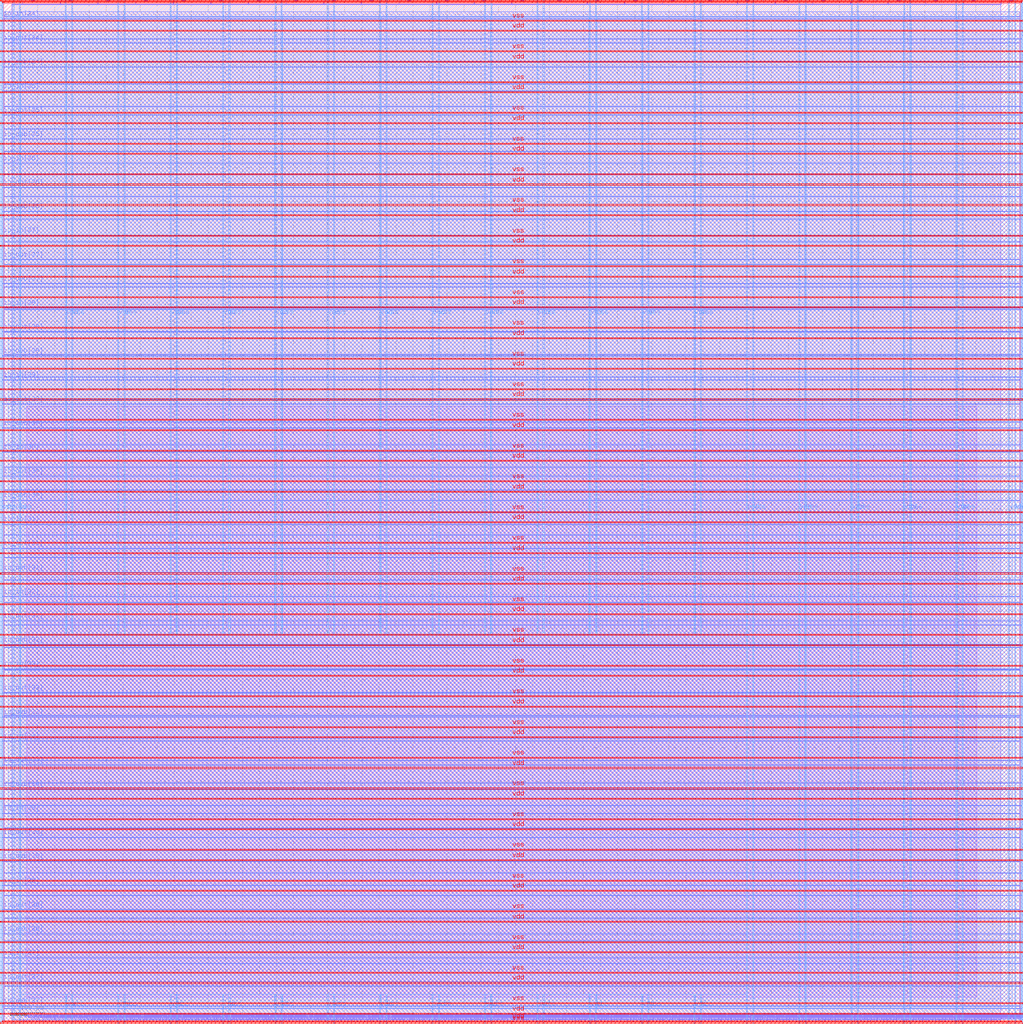
<source format=lef>
VERSION 5.7 ;
  NOWIREEXTENSIONATPIN ON ;
  DIVIDERCHAR "/" ;
  BUSBITCHARS "[]" ;
MACRO user_project_wrapper
  CLASS BLOCK ;
  FOREIGN user_project_wrapper ;
  ORIGIN 0.000 0.000 ;
  SIZE 2980.200 BY 2980.200 ;
  PIN io_in[0]
    DIRECTION INPUT ;
    USE SIGNAL ;
    PORT
      LAYER Metal3 ;
        RECT 2977.800 35.560 2985.000 36.680 ;
    END
  END io_in[0]
  PIN io_in[10]
    DIRECTION INPUT ;
    USE SIGNAL ;
    PORT
      LAYER Metal3 ;
        RECT 2977.800 2017.960 2985.000 2019.080 ;
    END
  END io_in[10]
  PIN io_in[11]
    DIRECTION INPUT ;
    USE SIGNAL ;
    PORT
      LAYER Metal3 ;
        RECT 2977.800 2216.200 2985.000 2217.320 ;
    END
  END io_in[11]
  PIN io_in[12]
    DIRECTION INPUT ;
    USE SIGNAL ;
    PORT
      LAYER Metal3 ;
        RECT 2977.800 2414.440 2985.000 2415.560 ;
    END
  END io_in[12]
  PIN io_in[13]
    DIRECTION INPUT ;
    USE SIGNAL ;
    PORT
      LAYER Metal3 ;
        RECT 2977.800 2612.680 2985.000 2613.800 ;
    END
  END io_in[13]
  PIN io_in[14]
    DIRECTION INPUT ;
    USE SIGNAL ;
    PORT
      LAYER Metal3 ;
        RECT 2977.800 2810.920 2985.000 2812.040 ;
    END
  END io_in[14]
  PIN io_in[15]
    DIRECTION INPUT ;
    USE SIGNAL ;
    PORT
      LAYER Metal2 ;
        RECT 2923.480 2977.800 2924.600 2985.000 ;
    END
  END io_in[15]
  PIN io_in[16]
    DIRECTION INPUT ;
    USE SIGNAL ;
    PORT
      LAYER Metal2 ;
        RECT 2592.520 2977.800 2593.640 2985.000 ;
    END
  END io_in[16]
  PIN io_in[17]
    DIRECTION INPUT ;
    USE SIGNAL ;
    PORT
      LAYER Metal2 ;
        RECT 2261.560 2977.800 2262.680 2985.000 ;
    END
  END io_in[17]
  PIN io_in[18]
    DIRECTION INPUT ;
    USE SIGNAL ;
    PORT
      LAYER Metal2 ;
        RECT 1930.600 2977.800 1931.720 2985.000 ;
    END
  END io_in[18]
  PIN io_in[19]
    DIRECTION INPUT ;
    USE SIGNAL ;
    PORT
      LAYER Metal2 ;
        RECT 1599.640 2977.800 1600.760 2985.000 ;
    END
  END io_in[19]
  PIN io_in[1]
    DIRECTION INPUT ;
    USE SIGNAL ;
    PORT
      LAYER Metal3 ;
        RECT 2977.800 233.800 2985.000 234.920 ;
    END
  END io_in[1]
  PIN io_in[20]
    DIRECTION INPUT ;
    USE SIGNAL ;
    PORT
      LAYER Metal2 ;
        RECT 1268.680 2977.800 1269.800 2985.000 ;
    END
  END io_in[20]
  PIN io_in[21]
    DIRECTION INPUT ;
    USE SIGNAL ;
    PORT
      LAYER Metal2 ;
        RECT 937.720 2977.800 938.840 2985.000 ;
    END
  END io_in[21]
  PIN io_in[22]
    DIRECTION INPUT ;
    USE SIGNAL ;
    PORT
      LAYER Metal2 ;
        RECT 606.760 2977.800 607.880 2985.000 ;
    END
  END io_in[22]
  PIN io_in[23]
    DIRECTION INPUT ;
    USE SIGNAL ;
    PORT
      LAYER Metal2 ;
        RECT 275.800 2977.800 276.920 2985.000 ;
    END
  END io_in[23]
  PIN io_in[24]
    DIRECTION INPUT ;
    USE SIGNAL ;
    PORT
      LAYER Metal3 ;
        RECT -4.800 2935.800 2.400 2936.920 ;
    END
  END io_in[24]
  PIN io_in[25]
    DIRECTION INPUT ;
    USE SIGNAL ;
    PORT
      LAYER Metal3 ;
        RECT -4.800 2724.120 2.400 2725.240 ;
    END
  END io_in[25]
  PIN io_in[26]
    DIRECTION INPUT ;
    USE SIGNAL ;
    PORT
      LAYER Metal3 ;
        RECT -4.800 2512.440 2.400 2513.560 ;
    END
  END io_in[26]
  PIN io_in[27]
    DIRECTION INPUT ;
    USE SIGNAL ;
    PORT
      LAYER Metal3 ;
        RECT -4.800 2300.760 2.400 2301.880 ;
    END
  END io_in[27]
  PIN io_in[28]
    DIRECTION INPUT ;
    USE SIGNAL ;
    PORT
      LAYER Metal3 ;
        RECT -4.800 2089.080 2.400 2090.200 ;
    END
  END io_in[28]
  PIN io_in[29]
    DIRECTION INPUT ;
    USE SIGNAL ;
    PORT
      LAYER Metal3 ;
        RECT -4.800 1877.400 2.400 1878.520 ;
    END
  END io_in[29]
  PIN io_in[2]
    DIRECTION INPUT ;
    USE SIGNAL ;
    PORT
      LAYER Metal3 ;
        RECT 2977.800 432.040 2985.000 433.160 ;
    END
  END io_in[2]
  PIN io_in[30]
    DIRECTION INPUT ;
    USE SIGNAL ;
    PORT
      LAYER Metal3 ;
        RECT -4.800 1665.720 2.400 1666.840 ;
    END
  END io_in[30]
  PIN io_in[31]
    DIRECTION INPUT ;
    USE SIGNAL ;
    PORT
      LAYER Metal3 ;
        RECT -4.800 1454.040 2.400 1455.160 ;
    END
  END io_in[31]
  PIN io_in[32]
    DIRECTION INPUT ;
    USE SIGNAL ;
    PORT
      LAYER Metal3 ;
        RECT -4.800 1242.360 2.400 1243.480 ;
    END
  END io_in[32]
  PIN io_in[33]
    DIRECTION INPUT ;
    USE SIGNAL ;
    PORT
      LAYER Metal3 ;
        RECT -4.800 1030.680 2.400 1031.800 ;
    END
  END io_in[33]
  PIN io_in[34]
    DIRECTION INPUT ;
    USE SIGNAL ;
    PORT
      LAYER Metal3 ;
        RECT -4.800 819.000 2.400 820.120 ;
    END
  END io_in[34]
  PIN io_in[35]
    DIRECTION INPUT ;
    USE SIGNAL ;
    PORT
      LAYER Metal3 ;
        RECT -4.800 607.320 2.400 608.440 ;
    END
  END io_in[35]
  PIN io_in[36]
    DIRECTION INPUT ;
    USE SIGNAL ;
    PORT
      LAYER Metal3 ;
        RECT -4.800 395.640 2.400 396.760 ;
    END
  END io_in[36]
  PIN io_in[37]
    DIRECTION INPUT ;
    USE SIGNAL ;
    PORT
      LAYER Metal3 ;
        RECT -4.800 183.960 2.400 185.080 ;
    END
  END io_in[37]
  PIN io_in[3]
    DIRECTION INPUT ;
    USE SIGNAL ;
    PORT
      LAYER Metal3 ;
        RECT 2977.800 630.280 2985.000 631.400 ;
    END
  END io_in[3]
  PIN io_in[4]
    DIRECTION INPUT ;
    USE SIGNAL ;
    PORT
      LAYER Metal3 ;
        RECT 2977.800 828.520 2985.000 829.640 ;
    END
  END io_in[4]
  PIN io_in[5]
    DIRECTION INPUT ;
    USE SIGNAL ;
    PORT
      LAYER Metal3 ;
        RECT 2977.800 1026.760 2985.000 1027.880 ;
    END
  END io_in[5]
  PIN io_in[6]
    DIRECTION INPUT ;
    USE SIGNAL ;
    PORT
      LAYER Metal3 ;
        RECT 2977.800 1225.000 2985.000 1226.120 ;
    END
  END io_in[6]
  PIN io_in[7]
    DIRECTION INPUT ;
    USE SIGNAL ;
    PORT
      LAYER Metal3 ;
        RECT 2977.800 1423.240 2985.000 1424.360 ;
    END
  END io_in[7]
  PIN io_in[8]
    DIRECTION INPUT ;
    USE SIGNAL ;
    PORT
      LAYER Metal3 ;
        RECT 2977.800 1621.480 2985.000 1622.600 ;
    END
  END io_in[8]
  PIN io_in[9]
    DIRECTION INPUT ;
    USE SIGNAL ;
    PORT
      LAYER Metal3 ;
        RECT 2977.800 1819.720 2985.000 1820.840 ;
    END
  END io_in[9]
  PIN io_oeb[0]
    DIRECTION OUTPUT TRISTATE ;
    USE SIGNAL ;
    PORT
      LAYER Metal3 ;
        RECT 2977.800 167.720 2985.000 168.840 ;
    END
  END io_oeb[0]
  PIN io_oeb[10]
    DIRECTION OUTPUT TRISTATE ;
    USE SIGNAL ;
    PORT
      LAYER Metal3 ;
        RECT 2977.800 2150.120 2985.000 2151.240 ;
    END
  END io_oeb[10]
  PIN io_oeb[11]
    DIRECTION OUTPUT TRISTATE ;
    USE SIGNAL ;
    PORT
      LAYER Metal3 ;
        RECT 2977.800 2348.360 2985.000 2349.480 ;
    END
  END io_oeb[11]
  PIN io_oeb[12]
    DIRECTION OUTPUT TRISTATE ;
    USE SIGNAL ;
    PORT
      LAYER Metal3 ;
        RECT 2977.800 2546.600 2985.000 2547.720 ;
    END
  END io_oeb[12]
  PIN io_oeb[13]
    DIRECTION OUTPUT TRISTATE ;
    USE SIGNAL ;
    PORT
      LAYER Metal3 ;
        RECT 2977.800 2744.840 2985.000 2745.960 ;
    END
  END io_oeb[13]
  PIN io_oeb[14]
    DIRECTION OUTPUT TRISTATE ;
    USE SIGNAL ;
    PORT
      LAYER Metal3 ;
        RECT 2977.800 2943.080 2985.000 2944.200 ;
    END
  END io_oeb[14]
  PIN io_oeb[15]
    DIRECTION OUTPUT TRISTATE ;
    USE SIGNAL ;
    PORT
      LAYER Metal2 ;
        RECT 2702.840 2977.800 2703.960 2985.000 ;
    END
  END io_oeb[15]
  PIN io_oeb[16]
    DIRECTION OUTPUT TRISTATE ;
    USE SIGNAL ;
    PORT
      LAYER Metal2 ;
        RECT 2371.880 2977.800 2373.000 2985.000 ;
    END
  END io_oeb[16]
  PIN io_oeb[17]
    DIRECTION OUTPUT TRISTATE ;
    USE SIGNAL ;
    PORT
      LAYER Metal2 ;
        RECT 2040.920 2977.800 2042.040 2985.000 ;
    END
  END io_oeb[17]
  PIN io_oeb[18]
    DIRECTION OUTPUT TRISTATE ;
    USE SIGNAL ;
    PORT
      LAYER Metal2 ;
        RECT 1709.960 2977.800 1711.080 2985.000 ;
    END
  END io_oeb[18]
  PIN io_oeb[19]
    DIRECTION OUTPUT TRISTATE ;
    USE SIGNAL ;
    PORT
      LAYER Metal2 ;
        RECT 1379.000 2977.800 1380.120 2985.000 ;
    END
  END io_oeb[19]
  PIN io_oeb[1]
    DIRECTION OUTPUT TRISTATE ;
    USE SIGNAL ;
    PORT
      LAYER Metal3 ;
        RECT 2977.800 365.960 2985.000 367.080 ;
    END
  END io_oeb[1]
  PIN io_oeb[20]
    DIRECTION OUTPUT TRISTATE ;
    USE SIGNAL ;
    PORT
      LAYER Metal2 ;
        RECT 1048.040 2977.800 1049.160 2985.000 ;
    END
  END io_oeb[20]
  PIN io_oeb[21]
    DIRECTION OUTPUT TRISTATE ;
    USE SIGNAL ;
    PORT
      LAYER Metal2 ;
        RECT 717.080 2977.800 718.200 2985.000 ;
    END
  END io_oeb[21]
  PIN io_oeb[22]
    DIRECTION OUTPUT TRISTATE ;
    USE SIGNAL ;
    PORT
      LAYER Metal2 ;
        RECT 386.120 2977.800 387.240 2985.000 ;
    END
  END io_oeb[22]
  PIN io_oeb[23]
    DIRECTION OUTPUT TRISTATE ;
    USE SIGNAL ;
    PORT
      LAYER Metal2 ;
        RECT 55.160 2977.800 56.280 2985.000 ;
    END
  END io_oeb[23]
  PIN io_oeb[24]
    DIRECTION OUTPUT TRISTATE ;
    USE SIGNAL ;
    PORT
      LAYER Metal3 ;
        RECT -4.800 2794.680 2.400 2795.800 ;
    END
  END io_oeb[24]
  PIN io_oeb[25]
    DIRECTION OUTPUT TRISTATE ;
    USE SIGNAL ;
    PORT
      LAYER Metal3 ;
        RECT -4.800 2583.000 2.400 2584.120 ;
    END
  END io_oeb[25]
  PIN io_oeb[26]
    DIRECTION OUTPUT TRISTATE ;
    USE SIGNAL ;
    PORT
      LAYER Metal3 ;
        RECT -4.800 2371.320 2.400 2372.440 ;
    END
  END io_oeb[26]
  PIN io_oeb[27]
    DIRECTION OUTPUT TRISTATE ;
    USE SIGNAL ;
    PORT
      LAYER Metal3 ;
        RECT -4.800 2159.640 2.400 2160.760 ;
    END
  END io_oeb[27]
  PIN io_oeb[28]
    DIRECTION OUTPUT TRISTATE ;
    USE SIGNAL ;
    PORT
      LAYER Metal3 ;
        RECT -4.800 1947.960 2.400 1949.080 ;
    END
  END io_oeb[28]
  PIN io_oeb[29]
    DIRECTION OUTPUT TRISTATE ;
    USE SIGNAL ;
    PORT
      LAYER Metal3 ;
        RECT -4.800 1736.280 2.400 1737.400 ;
    END
  END io_oeb[29]
  PIN io_oeb[2]
    DIRECTION OUTPUT TRISTATE ;
    USE SIGNAL ;
    PORT
      LAYER Metal3 ;
        RECT 2977.800 564.200 2985.000 565.320 ;
    END
  END io_oeb[2]
  PIN io_oeb[30]
    DIRECTION OUTPUT TRISTATE ;
    USE SIGNAL ;
    PORT
      LAYER Metal3 ;
        RECT -4.800 1524.600 2.400 1525.720 ;
    END
  END io_oeb[30]
  PIN io_oeb[31]
    DIRECTION OUTPUT TRISTATE ;
    USE SIGNAL ;
    PORT
      LAYER Metal3 ;
        RECT -4.800 1312.920 2.400 1314.040 ;
    END
  END io_oeb[31]
  PIN io_oeb[32]
    DIRECTION OUTPUT TRISTATE ;
    USE SIGNAL ;
    PORT
      LAYER Metal3 ;
        RECT -4.800 1101.240 2.400 1102.360 ;
    END
  END io_oeb[32]
  PIN io_oeb[33]
    DIRECTION OUTPUT TRISTATE ;
    USE SIGNAL ;
    PORT
      LAYER Metal3 ;
        RECT -4.800 889.560 2.400 890.680 ;
    END
  END io_oeb[33]
  PIN io_oeb[34]
    DIRECTION OUTPUT TRISTATE ;
    USE SIGNAL ;
    PORT
      LAYER Metal3 ;
        RECT -4.800 677.880 2.400 679.000 ;
    END
  END io_oeb[34]
  PIN io_oeb[35]
    DIRECTION OUTPUT TRISTATE ;
    USE SIGNAL ;
    PORT
      LAYER Metal3 ;
        RECT -4.800 466.200 2.400 467.320 ;
    END
  END io_oeb[35]
  PIN io_oeb[36]
    DIRECTION OUTPUT TRISTATE ;
    USE SIGNAL ;
    PORT
      LAYER Metal3 ;
        RECT -4.800 254.520 2.400 255.640 ;
    END
  END io_oeb[36]
  PIN io_oeb[37]
    DIRECTION OUTPUT TRISTATE ;
    USE SIGNAL ;
    PORT
      LAYER Metal3 ;
        RECT -4.800 42.840 2.400 43.960 ;
    END
  END io_oeb[37]
  PIN io_oeb[3]
    DIRECTION OUTPUT TRISTATE ;
    USE SIGNAL ;
    PORT
      LAYER Metal3 ;
        RECT 2977.800 762.440 2985.000 763.560 ;
    END
  END io_oeb[3]
  PIN io_oeb[4]
    DIRECTION OUTPUT TRISTATE ;
    USE SIGNAL ;
    PORT
      LAYER Metal3 ;
        RECT 2977.800 960.680 2985.000 961.800 ;
    END
  END io_oeb[4]
  PIN io_oeb[5]
    DIRECTION OUTPUT TRISTATE ;
    USE SIGNAL ;
    PORT
      LAYER Metal3 ;
        RECT 2977.800 1158.920 2985.000 1160.040 ;
    END
  END io_oeb[5]
  PIN io_oeb[6]
    DIRECTION OUTPUT TRISTATE ;
    USE SIGNAL ;
    PORT
      LAYER Metal3 ;
        RECT 2977.800 1357.160 2985.000 1358.280 ;
    END
  END io_oeb[6]
  PIN io_oeb[7]
    DIRECTION OUTPUT TRISTATE ;
    USE SIGNAL ;
    PORT
      LAYER Metal3 ;
        RECT 2977.800 1555.400 2985.000 1556.520 ;
    END
  END io_oeb[7]
  PIN io_oeb[8]
    DIRECTION OUTPUT TRISTATE ;
    USE SIGNAL ;
    PORT
      LAYER Metal3 ;
        RECT 2977.800 1753.640 2985.000 1754.760 ;
    END
  END io_oeb[8]
  PIN io_oeb[9]
    DIRECTION OUTPUT TRISTATE ;
    USE SIGNAL ;
    PORT
      LAYER Metal3 ;
        RECT 2977.800 1951.880 2985.000 1953.000 ;
    END
  END io_oeb[9]
  PIN io_out[0]
    DIRECTION OUTPUT TRISTATE ;
    USE SIGNAL ;
    PORT
      LAYER Metal3 ;
        RECT 2977.800 101.640 2985.000 102.760 ;
    END
  END io_out[0]
  PIN io_out[10]
    DIRECTION OUTPUT TRISTATE ;
    USE SIGNAL ;
    PORT
      LAYER Metal3 ;
        RECT 2977.800 2084.040 2985.000 2085.160 ;
    END
  END io_out[10]
  PIN io_out[11]
    DIRECTION OUTPUT TRISTATE ;
    USE SIGNAL ;
    PORT
      LAYER Metal3 ;
        RECT 2977.800 2282.280 2985.000 2283.400 ;
    END
  END io_out[11]
  PIN io_out[12]
    DIRECTION OUTPUT TRISTATE ;
    USE SIGNAL ;
    PORT
      LAYER Metal3 ;
        RECT 2977.800 2480.520 2985.000 2481.640 ;
    END
  END io_out[12]
  PIN io_out[13]
    DIRECTION OUTPUT TRISTATE ;
    USE SIGNAL ;
    PORT
      LAYER Metal3 ;
        RECT 2977.800 2678.760 2985.000 2679.880 ;
    END
  END io_out[13]
  PIN io_out[14]
    DIRECTION OUTPUT TRISTATE ;
    USE SIGNAL ;
    PORT
      LAYER Metal3 ;
        RECT 2977.800 2877.000 2985.000 2878.120 ;
    END
  END io_out[14]
  PIN io_out[15]
    DIRECTION OUTPUT TRISTATE ;
    USE SIGNAL ;
    PORT
      LAYER Metal2 ;
        RECT 2813.160 2977.800 2814.280 2985.000 ;
    END
  END io_out[15]
  PIN io_out[16]
    DIRECTION OUTPUT TRISTATE ;
    USE SIGNAL ;
    PORT
      LAYER Metal2 ;
        RECT 2482.200 2977.800 2483.320 2985.000 ;
    END
  END io_out[16]
  PIN io_out[17]
    DIRECTION OUTPUT TRISTATE ;
    USE SIGNAL ;
    PORT
      LAYER Metal2 ;
        RECT 2151.240 2977.800 2152.360 2985.000 ;
    END
  END io_out[17]
  PIN io_out[18]
    DIRECTION OUTPUT TRISTATE ;
    USE SIGNAL ;
    PORT
      LAYER Metal2 ;
        RECT 1820.280 2977.800 1821.400 2985.000 ;
    END
  END io_out[18]
  PIN io_out[19]
    DIRECTION OUTPUT TRISTATE ;
    USE SIGNAL ;
    PORT
      LAYER Metal2 ;
        RECT 1489.320 2977.800 1490.440 2985.000 ;
    END
  END io_out[19]
  PIN io_out[1]
    DIRECTION OUTPUT TRISTATE ;
    USE SIGNAL ;
    PORT
      LAYER Metal3 ;
        RECT 2977.800 299.880 2985.000 301.000 ;
    END
  END io_out[1]
  PIN io_out[20]
    DIRECTION OUTPUT TRISTATE ;
    USE SIGNAL ;
    PORT
      LAYER Metal2 ;
        RECT 1158.360 2977.800 1159.480 2985.000 ;
    END
  END io_out[20]
  PIN io_out[21]
    DIRECTION OUTPUT TRISTATE ;
    USE SIGNAL ;
    PORT
      LAYER Metal2 ;
        RECT 827.400 2977.800 828.520 2985.000 ;
    END
  END io_out[21]
  PIN io_out[22]
    DIRECTION OUTPUT TRISTATE ;
    USE SIGNAL ;
    PORT
      LAYER Metal2 ;
        RECT 496.440 2977.800 497.560 2985.000 ;
    END
  END io_out[22]
  PIN io_out[23]
    DIRECTION OUTPUT TRISTATE ;
    USE SIGNAL ;
    PORT
      LAYER Metal2 ;
        RECT 165.480 2977.800 166.600 2985.000 ;
    END
  END io_out[23]
  PIN io_out[24]
    DIRECTION OUTPUT TRISTATE ;
    USE SIGNAL ;
    PORT
      LAYER Metal3 ;
        RECT -4.800 2865.240 2.400 2866.360 ;
    END
  END io_out[24]
  PIN io_out[25]
    DIRECTION OUTPUT TRISTATE ;
    USE SIGNAL ;
    PORT
      LAYER Metal3 ;
        RECT -4.800 2653.560 2.400 2654.680 ;
    END
  END io_out[25]
  PIN io_out[26]
    DIRECTION OUTPUT TRISTATE ;
    USE SIGNAL ;
    PORT
      LAYER Metal3 ;
        RECT -4.800 2441.880 2.400 2443.000 ;
    END
  END io_out[26]
  PIN io_out[27]
    DIRECTION OUTPUT TRISTATE ;
    USE SIGNAL ;
    PORT
      LAYER Metal3 ;
        RECT -4.800 2230.200 2.400 2231.320 ;
    END
  END io_out[27]
  PIN io_out[28]
    DIRECTION OUTPUT TRISTATE ;
    USE SIGNAL ;
    PORT
      LAYER Metal3 ;
        RECT -4.800 2018.520 2.400 2019.640 ;
    END
  END io_out[28]
  PIN io_out[29]
    DIRECTION OUTPUT TRISTATE ;
    USE SIGNAL ;
    PORT
      LAYER Metal3 ;
        RECT -4.800 1806.840 2.400 1807.960 ;
    END
  END io_out[29]
  PIN io_out[2]
    DIRECTION OUTPUT TRISTATE ;
    USE SIGNAL ;
    PORT
      LAYER Metal3 ;
        RECT 2977.800 498.120 2985.000 499.240 ;
    END
  END io_out[2]
  PIN io_out[30]
    DIRECTION OUTPUT TRISTATE ;
    USE SIGNAL ;
    PORT
      LAYER Metal3 ;
        RECT -4.800 1595.160 2.400 1596.280 ;
    END
  END io_out[30]
  PIN io_out[31]
    DIRECTION OUTPUT TRISTATE ;
    USE SIGNAL ;
    PORT
      LAYER Metal3 ;
        RECT -4.800 1383.480 2.400 1384.600 ;
    END
  END io_out[31]
  PIN io_out[32]
    DIRECTION OUTPUT TRISTATE ;
    USE SIGNAL ;
    PORT
      LAYER Metal3 ;
        RECT -4.800 1171.800 2.400 1172.920 ;
    END
  END io_out[32]
  PIN io_out[33]
    DIRECTION OUTPUT TRISTATE ;
    USE SIGNAL ;
    PORT
      LAYER Metal3 ;
        RECT -4.800 960.120 2.400 961.240 ;
    END
  END io_out[33]
  PIN io_out[34]
    DIRECTION OUTPUT TRISTATE ;
    USE SIGNAL ;
    PORT
      LAYER Metal3 ;
        RECT -4.800 748.440 2.400 749.560 ;
    END
  END io_out[34]
  PIN io_out[35]
    DIRECTION OUTPUT TRISTATE ;
    USE SIGNAL ;
    PORT
      LAYER Metal3 ;
        RECT -4.800 536.760 2.400 537.880 ;
    END
  END io_out[35]
  PIN io_out[36]
    DIRECTION OUTPUT TRISTATE ;
    USE SIGNAL ;
    PORT
      LAYER Metal3 ;
        RECT -4.800 325.080 2.400 326.200 ;
    END
  END io_out[36]
  PIN io_out[37]
    DIRECTION OUTPUT TRISTATE ;
    USE SIGNAL ;
    PORT
      LAYER Metal3 ;
        RECT -4.800 113.400 2.400 114.520 ;
    END
  END io_out[37]
  PIN io_out[3]
    DIRECTION OUTPUT TRISTATE ;
    USE SIGNAL ;
    PORT
      LAYER Metal3 ;
        RECT 2977.800 696.360 2985.000 697.480 ;
    END
  END io_out[3]
  PIN io_out[4]
    DIRECTION OUTPUT TRISTATE ;
    USE SIGNAL ;
    PORT
      LAYER Metal3 ;
        RECT 2977.800 894.600 2985.000 895.720 ;
    END
  END io_out[4]
  PIN io_out[5]
    DIRECTION OUTPUT TRISTATE ;
    USE SIGNAL ;
    PORT
      LAYER Metal3 ;
        RECT 2977.800 1092.840 2985.000 1093.960 ;
    END
  END io_out[5]
  PIN io_out[6]
    DIRECTION OUTPUT TRISTATE ;
    USE SIGNAL ;
    PORT
      LAYER Metal3 ;
        RECT 2977.800 1291.080 2985.000 1292.200 ;
    END
  END io_out[6]
  PIN io_out[7]
    DIRECTION OUTPUT TRISTATE ;
    USE SIGNAL ;
    PORT
      LAYER Metal3 ;
        RECT 2977.800 1489.320 2985.000 1490.440 ;
    END
  END io_out[7]
  PIN io_out[8]
    DIRECTION OUTPUT TRISTATE ;
    USE SIGNAL ;
    PORT
      LAYER Metal3 ;
        RECT 2977.800 1687.560 2985.000 1688.680 ;
    END
  END io_out[8]
  PIN io_out[9]
    DIRECTION OUTPUT TRISTATE ;
    USE SIGNAL ;
    PORT
      LAYER Metal3 ;
        RECT 2977.800 1885.800 2985.000 1886.920 ;
    END
  END io_out[9]
  PIN la_data_in[0]
    DIRECTION INPUT ;
    USE SIGNAL ;
    PORT
      LAYER Metal2 ;
        RECT 1065.960 -4.800 1067.080 2.400 ;
    END
  END la_data_in[0]
  PIN la_data_in[10]
    DIRECTION INPUT ;
    USE SIGNAL ;
    PORT
      LAYER Metal2 ;
        RECT 1351.560 -4.800 1352.680 2.400 ;
    END
  END la_data_in[10]
  PIN la_data_in[11]
    DIRECTION INPUT ;
    USE SIGNAL ;
    PORT
      LAYER Metal2 ;
        RECT 1380.120 -4.800 1381.240 2.400 ;
    END
  END la_data_in[11]
  PIN la_data_in[12]
    DIRECTION INPUT ;
    USE SIGNAL ;
    PORT
      LAYER Metal2 ;
        RECT 1408.680 -4.800 1409.800 2.400 ;
    END
  END la_data_in[12]
  PIN la_data_in[13]
    DIRECTION INPUT ;
    USE SIGNAL ;
    PORT
      LAYER Metal2 ;
        RECT 1437.240 -4.800 1438.360 2.400 ;
    END
  END la_data_in[13]
  PIN la_data_in[14]
    DIRECTION INPUT ;
    USE SIGNAL ;
    PORT
      LAYER Metal2 ;
        RECT 1465.800 -4.800 1466.920 2.400 ;
    END
  END la_data_in[14]
  PIN la_data_in[15]
    DIRECTION INPUT ;
    USE SIGNAL ;
    PORT
      LAYER Metal2 ;
        RECT 1494.360 -4.800 1495.480 2.400 ;
    END
  END la_data_in[15]
  PIN la_data_in[16]
    DIRECTION INPUT ;
    USE SIGNAL ;
    PORT
      LAYER Metal2 ;
        RECT 1522.920 -4.800 1524.040 2.400 ;
    END
  END la_data_in[16]
  PIN la_data_in[17]
    DIRECTION INPUT ;
    USE SIGNAL ;
    PORT
      LAYER Metal2 ;
        RECT 1551.480 -4.800 1552.600 2.400 ;
    END
  END la_data_in[17]
  PIN la_data_in[18]
    DIRECTION INPUT ;
    USE SIGNAL ;
    PORT
      LAYER Metal2 ;
        RECT 1580.040 -4.800 1581.160 2.400 ;
    END
  END la_data_in[18]
  PIN la_data_in[19]
    DIRECTION INPUT ;
    USE SIGNAL ;
    PORT
      LAYER Metal2 ;
        RECT 1608.600 -4.800 1609.720 2.400 ;
    END
  END la_data_in[19]
  PIN la_data_in[1]
    DIRECTION INPUT ;
    USE SIGNAL ;
    PORT
      LAYER Metal2 ;
        RECT 1094.520 -4.800 1095.640 2.400 ;
    END
  END la_data_in[1]
  PIN la_data_in[20]
    DIRECTION INPUT ;
    USE SIGNAL ;
    PORT
      LAYER Metal2 ;
        RECT 1637.160 -4.800 1638.280 2.400 ;
    END
  END la_data_in[20]
  PIN la_data_in[21]
    DIRECTION INPUT ;
    USE SIGNAL ;
    PORT
      LAYER Metal2 ;
        RECT 1665.720 -4.800 1666.840 2.400 ;
    END
  END la_data_in[21]
  PIN la_data_in[22]
    DIRECTION INPUT ;
    USE SIGNAL ;
    PORT
      LAYER Metal2 ;
        RECT 1694.280 -4.800 1695.400 2.400 ;
    END
  END la_data_in[22]
  PIN la_data_in[23]
    DIRECTION INPUT ;
    USE SIGNAL ;
    PORT
      LAYER Metal2 ;
        RECT 1722.840 -4.800 1723.960 2.400 ;
    END
  END la_data_in[23]
  PIN la_data_in[24]
    DIRECTION INPUT ;
    USE SIGNAL ;
    PORT
      LAYER Metal2 ;
        RECT 1751.400 -4.800 1752.520 2.400 ;
    END
  END la_data_in[24]
  PIN la_data_in[25]
    DIRECTION INPUT ;
    USE SIGNAL ;
    PORT
      LAYER Metal2 ;
        RECT 1779.960 -4.800 1781.080 2.400 ;
    END
  END la_data_in[25]
  PIN la_data_in[26]
    DIRECTION INPUT ;
    USE SIGNAL ;
    PORT
      LAYER Metal2 ;
        RECT 1808.520 -4.800 1809.640 2.400 ;
    END
  END la_data_in[26]
  PIN la_data_in[27]
    DIRECTION INPUT ;
    USE SIGNAL ;
    PORT
      LAYER Metal2 ;
        RECT 1837.080 -4.800 1838.200 2.400 ;
    END
  END la_data_in[27]
  PIN la_data_in[28]
    DIRECTION INPUT ;
    USE SIGNAL ;
    PORT
      LAYER Metal2 ;
        RECT 1865.640 -4.800 1866.760 2.400 ;
    END
  END la_data_in[28]
  PIN la_data_in[29]
    DIRECTION INPUT ;
    USE SIGNAL ;
    PORT
      LAYER Metal2 ;
        RECT 1894.200 -4.800 1895.320 2.400 ;
    END
  END la_data_in[29]
  PIN la_data_in[2]
    DIRECTION INPUT ;
    USE SIGNAL ;
    PORT
      LAYER Metal2 ;
        RECT 1123.080 -4.800 1124.200 2.400 ;
    END
  END la_data_in[2]
  PIN la_data_in[30]
    DIRECTION INPUT ;
    USE SIGNAL ;
    PORT
      LAYER Metal2 ;
        RECT 1922.760 -4.800 1923.880 2.400 ;
    END
  END la_data_in[30]
  PIN la_data_in[31]
    DIRECTION INPUT ;
    USE SIGNAL ;
    PORT
      LAYER Metal2 ;
        RECT 1951.320 -4.800 1952.440 2.400 ;
    END
  END la_data_in[31]
  PIN la_data_in[32]
    DIRECTION INPUT ;
    USE SIGNAL ;
    PORT
      LAYER Metal2 ;
        RECT 1979.880 -4.800 1981.000 2.400 ;
    END
  END la_data_in[32]
  PIN la_data_in[33]
    DIRECTION INPUT ;
    USE SIGNAL ;
    PORT
      LAYER Metal2 ;
        RECT 2008.440 -4.800 2009.560 2.400 ;
    END
  END la_data_in[33]
  PIN la_data_in[34]
    DIRECTION INPUT ;
    USE SIGNAL ;
    PORT
      LAYER Metal2 ;
        RECT 2037.000 -4.800 2038.120 2.400 ;
    END
  END la_data_in[34]
  PIN la_data_in[35]
    DIRECTION INPUT ;
    USE SIGNAL ;
    PORT
      LAYER Metal2 ;
        RECT 2065.560 -4.800 2066.680 2.400 ;
    END
  END la_data_in[35]
  PIN la_data_in[36]
    DIRECTION INPUT ;
    USE SIGNAL ;
    PORT
      LAYER Metal2 ;
        RECT 2094.120 -4.800 2095.240 2.400 ;
    END
  END la_data_in[36]
  PIN la_data_in[37]
    DIRECTION INPUT ;
    USE SIGNAL ;
    PORT
      LAYER Metal2 ;
        RECT 2122.680 -4.800 2123.800 2.400 ;
    END
  END la_data_in[37]
  PIN la_data_in[38]
    DIRECTION INPUT ;
    USE SIGNAL ;
    PORT
      LAYER Metal2 ;
        RECT 2151.240 -4.800 2152.360 2.400 ;
    END
  END la_data_in[38]
  PIN la_data_in[39]
    DIRECTION INPUT ;
    USE SIGNAL ;
    PORT
      LAYER Metal2 ;
        RECT 2179.800 -4.800 2180.920 2.400 ;
    END
  END la_data_in[39]
  PIN la_data_in[3]
    DIRECTION INPUT ;
    USE SIGNAL ;
    PORT
      LAYER Metal2 ;
        RECT 1151.640 -4.800 1152.760 2.400 ;
    END
  END la_data_in[3]
  PIN la_data_in[40]
    DIRECTION INPUT ;
    USE SIGNAL ;
    PORT
      LAYER Metal2 ;
        RECT 2208.360 -4.800 2209.480 2.400 ;
    END
  END la_data_in[40]
  PIN la_data_in[41]
    DIRECTION INPUT ;
    USE SIGNAL ;
    PORT
      LAYER Metal2 ;
        RECT 2236.920 -4.800 2238.040 2.400 ;
    END
  END la_data_in[41]
  PIN la_data_in[42]
    DIRECTION INPUT ;
    USE SIGNAL ;
    PORT
      LAYER Metal2 ;
        RECT 2265.480 -4.800 2266.600 2.400 ;
    END
  END la_data_in[42]
  PIN la_data_in[43]
    DIRECTION INPUT ;
    USE SIGNAL ;
    PORT
      LAYER Metal2 ;
        RECT 2294.040 -4.800 2295.160 2.400 ;
    END
  END la_data_in[43]
  PIN la_data_in[44]
    DIRECTION INPUT ;
    USE SIGNAL ;
    PORT
      LAYER Metal2 ;
        RECT 2322.600 -4.800 2323.720 2.400 ;
    END
  END la_data_in[44]
  PIN la_data_in[45]
    DIRECTION INPUT ;
    USE SIGNAL ;
    PORT
      LAYER Metal2 ;
        RECT 2351.160 -4.800 2352.280 2.400 ;
    END
  END la_data_in[45]
  PIN la_data_in[46]
    DIRECTION INPUT ;
    USE SIGNAL ;
    PORT
      LAYER Metal2 ;
        RECT 2379.720 -4.800 2380.840 2.400 ;
    END
  END la_data_in[46]
  PIN la_data_in[47]
    DIRECTION INPUT ;
    USE SIGNAL ;
    PORT
      LAYER Metal2 ;
        RECT 2408.280 -4.800 2409.400 2.400 ;
    END
  END la_data_in[47]
  PIN la_data_in[48]
    DIRECTION INPUT ;
    USE SIGNAL ;
    PORT
      LAYER Metal2 ;
        RECT 2436.840 -4.800 2437.960 2.400 ;
    END
  END la_data_in[48]
  PIN la_data_in[49]
    DIRECTION INPUT ;
    USE SIGNAL ;
    PORT
      LAYER Metal2 ;
        RECT 2465.400 -4.800 2466.520 2.400 ;
    END
  END la_data_in[49]
  PIN la_data_in[4]
    DIRECTION INPUT ;
    USE SIGNAL ;
    PORT
      LAYER Metal2 ;
        RECT 1180.200 -4.800 1181.320 2.400 ;
    END
  END la_data_in[4]
  PIN la_data_in[50]
    DIRECTION INPUT ;
    USE SIGNAL ;
    PORT
      LAYER Metal2 ;
        RECT 2493.960 -4.800 2495.080 2.400 ;
    END
  END la_data_in[50]
  PIN la_data_in[51]
    DIRECTION INPUT ;
    USE SIGNAL ;
    PORT
      LAYER Metal2 ;
        RECT 2522.520 -4.800 2523.640 2.400 ;
    END
  END la_data_in[51]
  PIN la_data_in[52]
    DIRECTION INPUT ;
    USE SIGNAL ;
    PORT
      LAYER Metal2 ;
        RECT 2551.080 -4.800 2552.200 2.400 ;
    END
  END la_data_in[52]
  PIN la_data_in[53]
    DIRECTION INPUT ;
    USE SIGNAL ;
    PORT
      LAYER Metal2 ;
        RECT 2579.640 -4.800 2580.760 2.400 ;
    END
  END la_data_in[53]
  PIN la_data_in[54]
    DIRECTION INPUT ;
    USE SIGNAL ;
    PORT
      LAYER Metal2 ;
        RECT 2608.200 -4.800 2609.320 2.400 ;
    END
  END la_data_in[54]
  PIN la_data_in[55]
    DIRECTION INPUT ;
    USE SIGNAL ;
    PORT
      LAYER Metal2 ;
        RECT 2636.760 -4.800 2637.880 2.400 ;
    END
  END la_data_in[55]
  PIN la_data_in[56]
    DIRECTION INPUT ;
    USE SIGNAL ;
    PORT
      LAYER Metal2 ;
        RECT 2665.320 -4.800 2666.440 2.400 ;
    END
  END la_data_in[56]
  PIN la_data_in[57]
    DIRECTION INPUT ;
    USE SIGNAL ;
    PORT
      LAYER Metal2 ;
        RECT 2693.880 -4.800 2695.000 2.400 ;
    END
  END la_data_in[57]
  PIN la_data_in[58]
    DIRECTION INPUT ;
    USE SIGNAL ;
    PORT
      LAYER Metal2 ;
        RECT 2722.440 -4.800 2723.560 2.400 ;
    END
  END la_data_in[58]
  PIN la_data_in[59]
    DIRECTION INPUT ;
    USE SIGNAL ;
    PORT
      LAYER Metal2 ;
        RECT 2751.000 -4.800 2752.120 2.400 ;
    END
  END la_data_in[59]
  PIN la_data_in[5]
    DIRECTION INPUT ;
    USE SIGNAL ;
    PORT
      LAYER Metal2 ;
        RECT 1208.760 -4.800 1209.880 2.400 ;
    END
  END la_data_in[5]
  PIN la_data_in[60]
    DIRECTION INPUT ;
    USE SIGNAL ;
    PORT
      LAYER Metal2 ;
        RECT 2779.560 -4.800 2780.680 2.400 ;
    END
  END la_data_in[60]
  PIN la_data_in[61]
    DIRECTION INPUT ;
    USE SIGNAL ;
    PORT
      LAYER Metal2 ;
        RECT 2808.120 -4.800 2809.240 2.400 ;
    END
  END la_data_in[61]
  PIN la_data_in[62]
    DIRECTION INPUT ;
    USE SIGNAL ;
    PORT
      LAYER Metal2 ;
        RECT 2836.680 -4.800 2837.800 2.400 ;
    END
  END la_data_in[62]
  PIN la_data_in[63]
    DIRECTION INPUT ;
    USE SIGNAL ;
    PORT
      LAYER Metal2 ;
        RECT 2865.240 -4.800 2866.360 2.400 ;
    END
  END la_data_in[63]
  PIN la_data_in[6]
    DIRECTION INPUT ;
    USE SIGNAL ;
    PORT
      LAYER Metal2 ;
        RECT 1237.320 -4.800 1238.440 2.400 ;
    END
  END la_data_in[6]
  PIN la_data_in[7]
    DIRECTION INPUT ;
    USE SIGNAL ;
    PORT
      LAYER Metal2 ;
        RECT 1265.880 -4.800 1267.000 2.400 ;
    END
  END la_data_in[7]
  PIN la_data_in[8]
    DIRECTION INPUT ;
    USE SIGNAL ;
    PORT
      LAYER Metal2 ;
        RECT 1294.440 -4.800 1295.560 2.400 ;
    END
  END la_data_in[8]
  PIN la_data_in[9]
    DIRECTION INPUT ;
    USE SIGNAL ;
    PORT
      LAYER Metal2 ;
        RECT 1323.000 -4.800 1324.120 2.400 ;
    END
  END la_data_in[9]
  PIN la_data_out[0]
    DIRECTION OUTPUT TRISTATE ;
    USE SIGNAL ;
    PORT
      LAYER Metal2 ;
        RECT 1075.480 -4.800 1076.600 2.400 ;
    END
  END la_data_out[0]
  PIN la_data_out[10]
    DIRECTION OUTPUT TRISTATE ;
    USE SIGNAL ;
    PORT
      LAYER Metal2 ;
        RECT 1361.080 -4.800 1362.200 2.400 ;
    END
  END la_data_out[10]
  PIN la_data_out[11]
    DIRECTION OUTPUT TRISTATE ;
    USE SIGNAL ;
    PORT
      LAYER Metal2 ;
        RECT 1389.640 -4.800 1390.760 2.400 ;
    END
  END la_data_out[11]
  PIN la_data_out[12]
    DIRECTION OUTPUT TRISTATE ;
    USE SIGNAL ;
    PORT
      LAYER Metal2 ;
        RECT 1418.200 -4.800 1419.320 2.400 ;
    END
  END la_data_out[12]
  PIN la_data_out[13]
    DIRECTION OUTPUT TRISTATE ;
    USE SIGNAL ;
    PORT
      LAYER Metal2 ;
        RECT 1446.760 -4.800 1447.880 2.400 ;
    END
  END la_data_out[13]
  PIN la_data_out[14]
    DIRECTION OUTPUT TRISTATE ;
    USE SIGNAL ;
    PORT
      LAYER Metal2 ;
        RECT 1475.320 -4.800 1476.440 2.400 ;
    END
  END la_data_out[14]
  PIN la_data_out[15]
    DIRECTION OUTPUT TRISTATE ;
    USE SIGNAL ;
    PORT
      LAYER Metal2 ;
        RECT 1503.880 -4.800 1505.000 2.400 ;
    END
  END la_data_out[15]
  PIN la_data_out[16]
    DIRECTION OUTPUT TRISTATE ;
    USE SIGNAL ;
    PORT
      LAYER Metal2 ;
        RECT 1532.440 -4.800 1533.560 2.400 ;
    END
  END la_data_out[16]
  PIN la_data_out[17]
    DIRECTION OUTPUT TRISTATE ;
    USE SIGNAL ;
    PORT
      LAYER Metal2 ;
        RECT 1561.000 -4.800 1562.120 2.400 ;
    END
  END la_data_out[17]
  PIN la_data_out[18]
    DIRECTION OUTPUT TRISTATE ;
    USE SIGNAL ;
    PORT
      LAYER Metal2 ;
        RECT 1589.560 -4.800 1590.680 2.400 ;
    END
  END la_data_out[18]
  PIN la_data_out[19]
    DIRECTION OUTPUT TRISTATE ;
    USE SIGNAL ;
    PORT
      LAYER Metal2 ;
        RECT 1618.120 -4.800 1619.240 2.400 ;
    END
  END la_data_out[19]
  PIN la_data_out[1]
    DIRECTION OUTPUT TRISTATE ;
    USE SIGNAL ;
    PORT
      LAYER Metal2 ;
        RECT 1104.040 -4.800 1105.160 2.400 ;
    END
  END la_data_out[1]
  PIN la_data_out[20]
    DIRECTION OUTPUT TRISTATE ;
    USE SIGNAL ;
    PORT
      LAYER Metal2 ;
        RECT 1646.680 -4.800 1647.800 2.400 ;
    END
  END la_data_out[20]
  PIN la_data_out[21]
    DIRECTION OUTPUT TRISTATE ;
    USE SIGNAL ;
    PORT
      LAYER Metal2 ;
        RECT 1675.240 -4.800 1676.360 2.400 ;
    END
  END la_data_out[21]
  PIN la_data_out[22]
    DIRECTION OUTPUT TRISTATE ;
    USE SIGNAL ;
    PORT
      LAYER Metal2 ;
        RECT 1703.800 -4.800 1704.920 2.400 ;
    END
  END la_data_out[22]
  PIN la_data_out[23]
    DIRECTION OUTPUT TRISTATE ;
    USE SIGNAL ;
    PORT
      LAYER Metal2 ;
        RECT 1732.360 -4.800 1733.480 2.400 ;
    END
  END la_data_out[23]
  PIN la_data_out[24]
    DIRECTION OUTPUT TRISTATE ;
    USE SIGNAL ;
    PORT
      LAYER Metal2 ;
        RECT 1760.920 -4.800 1762.040 2.400 ;
    END
  END la_data_out[24]
  PIN la_data_out[25]
    DIRECTION OUTPUT TRISTATE ;
    USE SIGNAL ;
    PORT
      LAYER Metal2 ;
        RECT 1789.480 -4.800 1790.600 2.400 ;
    END
  END la_data_out[25]
  PIN la_data_out[26]
    DIRECTION OUTPUT TRISTATE ;
    USE SIGNAL ;
    PORT
      LAYER Metal2 ;
        RECT 1818.040 -4.800 1819.160 2.400 ;
    END
  END la_data_out[26]
  PIN la_data_out[27]
    DIRECTION OUTPUT TRISTATE ;
    USE SIGNAL ;
    PORT
      LAYER Metal2 ;
        RECT 1846.600 -4.800 1847.720 2.400 ;
    END
  END la_data_out[27]
  PIN la_data_out[28]
    DIRECTION OUTPUT TRISTATE ;
    USE SIGNAL ;
    PORT
      LAYER Metal2 ;
        RECT 1875.160 -4.800 1876.280 2.400 ;
    END
  END la_data_out[28]
  PIN la_data_out[29]
    DIRECTION OUTPUT TRISTATE ;
    USE SIGNAL ;
    PORT
      LAYER Metal2 ;
        RECT 1903.720 -4.800 1904.840 2.400 ;
    END
  END la_data_out[29]
  PIN la_data_out[2]
    DIRECTION OUTPUT TRISTATE ;
    USE SIGNAL ;
    PORT
      LAYER Metal2 ;
        RECT 1132.600 -4.800 1133.720 2.400 ;
    END
  END la_data_out[2]
  PIN la_data_out[30]
    DIRECTION OUTPUT TRISTATE ;
    USE SIGNAL ;
    PORT
      LAYER Metal2 ;
        RECT 1932.280 -4.800 1933.400 2.400 ;
    END
  END la_data_out[30]
  PIN la_data_out[31]
    DIRECTION OUTPUT TRISTATE ;
    USE SIGNAL ;
    PORT
      LAYER Metal2 ;
        RECT 1960.840 -4.800 1961.960 2.400 ;
    END
  END la_data_out[31]
  PIN la_data_out[32]
    DIRECTION OUTPUT TRISTATE ;
    USE SIGNAL ;
    PORT
      LAYER Metal2 ;
        RECT 1989.400 -4.800 1990.520 2.400 ;
    END
  END la_data_out[32]
  PIN la_data_out[33]
    DIRECTION OUTPUT TRISTATE ;
    USE SIGNAL ;
    PORT
      LAYER Metal2 ;
        RECT 2017.960 -4.800 2019.080 2.400 ;
    END
  END la_data_out[33]
  PIN la_data_out[34]
    DIRECTION OUTPUT TRISTATE ;
    USE SIGNAL ;
    PORT
      LAYER Metal2 ;
        RECT 2046.520 -4.800 2047.640 2.400 ;
    END
  END la_data_out[34]
  PIN la_data_out[35]
    DIRECTION OUTPUT TRISTATE ;
    USE SIGNAL ;
    PORT
      LAYER Metal2 ;
        RECT 2075.080 -4.800 2076.200 2.400 ;
    END
  END la_data_out[35]
  PIN la_data_out[36]
    DIRECTION OUTPUT TRISTATE ;
    USE SIGNAL ;
    PORT
      LAYER Metal2 ;
        RECT 2103.640 -4.800 2104.760 2.400 ;
    END
  END la_data_out[36]
  PIN la_data_out[37]
    DIRECTION OUTPUT TRISTATE ;
    USE SIGNAL ;
    PORT
      LAYER Metal2 ;
        RECT 2132.200 -4.800 2133.320 2.400 ;
    END
  END la_data_out[37]
  PIN la_data_out[38]
    DIRECTION OUTPUT TRISTATE ;
    USE SIGNAL ;
    PORT
      LAYER Metal2 ;
        RECT 2160.760 -4.800 2161.880 2.400 ;
    END
  END la_data_out[38]
  PIN la_data_out[39]
    DIRECTION OUTPUT TRISTATE ;
    USE SIGNAL ;
    PORT
      LAYER Metal2 ;
        RECT 2189.320 -4.800 2190.440 2.400 ;
    END
  END la_data_out[39]
  PIN la_data_out[3]
    DIRECTION OUTPUT TRISTATE ;
    USE SIGNAL ;
    PORT
      LAYER Metal2 ;
        RECT 1161.160 -4.800 1162.280 2.400 ;
    END
  END la_data_out[3]
  PIN la_data_out[40]
    DIRECTION OUTPUT TRISTATE ;
    USE SIGNAL ;
    PORT
      LAYER Metal2 ;
        RECT 2217.880 -4.800 2219.000 2.400 ;
    END
  END la_data_out[40]
  PIN la_data_out[41]
    DIRECTION OUTPUT TRISTATE ;
    USE SIGNAL ;
    PORT
      LAYER Metal2 ;
        RECT 2246.440 -4.800 2247.560 2.400 ;
    END
  END la_data_out[41]
  PIN la_data_out[42]
    DIRECTION OUTPUT TRISTATE ;
    USE SIGNAL ;
    PORT
      LAYER Metal2 ;
        RECT 2275.000 -4.800 2276.120 2.400 ;
    END
  END la_data_out[42]
  PIN la_data_out[43]
    DIRECTION OUTPUT TRISTATE ;
    USE SIGNAL ;
    PORT
      LAYER Metal2 ;
        RECT 2303.560 -4.800 2304.680 2.400 ;
    END
  END la_data_out[43]
  PIN la_data_out[44]
    DIRECTION OUTPUT TRISTATE ;
    USE SIGNAL ;
    PORT
      LAYER Metal2 ;
        RECT 2332.120 -4.800 2333.240 2.400 ;
    END
  END la_data_out[44]
  PIN la_data_out[45]
    DIRECTION OUTPUT TRISTATE ;
    USE SIGNAL ;
    PORT
      LAYER Metal2 ;
        RECT 2360.680 -4.800 2361.800 2.400 ;
    END
  END la_data_out[45]
  PIN la_data_out[46]
    DIRECTION OUTPUT TRISTATE ;
    USE SIGNAL ;
    PORT
      LAYER Metal2 ;
        RECT 2389.240 -4.800 2390.360 2.400 ;
    END
  END la_data_out[46]
  PIN la_data_out[47]
    DIRECTION OUTPUT TRISTATE ;
    USE SIGNAL ;
    PORT
      LAYER Metal2 ;
        RECT 2417.800 -4.800 2418.920 2.400 ;
    END
  END la_data_out[47]
  PIN la_data_out[48]
    DIRECTION OUTPUT TRISTATE ;
    USE SIGNAL ;
    PORT
      LAYER Metal2 ;
        RECT 2446.360 -4.800 2447.480 2.400 ;
    END
  END la_data_out[48]
  PIN la_data_out[49]
    DIRECTION OUTPUT TRISTATE ;
    USE SIGNAL ;
    PORT
      LAYER Metal2 ;
        RECT 2474.920 -4.800 2476.040 2.400 ;
    END
  END la_data_out[49]
  PIN la_data_out[4]
    DIRECTION OUTPUT TRISTATE ;
    USE SIGNAL ;
    PORT
      LAYER Metal2 ;
        RECT 1189.720 -4.800 1190.840 2.400 ;
    END
  END la_data_out[4]
  PIN la_data_out[50]
    DIRECTION OUTPUT TRISTATE ;
    USE SIGNAL ;
    PORT
      LAYER Metal2 ;
        RECT 2503.480 -4.800 2504.600 2.400 ;
    END
  END la_data_out[50]
  PIN la_data_out[51]
    DIRECTION OUTPUT TRISTATE ;
    USE SIGNAL ;
    PORT
      LAYER Metal2 ;
        RECT 2532.040 -4.800 2533.160 2.400 ;
    END
  END la_data_out[51]
  PIN la_data_out[52]
    DIRECTION OUTPUT TRISTATE ;
    USE SIGNAL ;
    PORT
      LAYER Metal2 ;
        RECT 2560.600 -4.800 2561.720 2.400 ;
    END
  END la_data_out[52]
  PIN la_data_out[53]
    DIRECTION OUTPUT TRISTATE ;
    USE SIGNAL ;
    PORT
      LAYER Metal2 ;
        RECT 2589.160 -4.800 2590.280 2.400 ;
    END
  END la_data_out[53]
  PIN la_data_out[54]
    DIRECTION OUTPUT TRISTATE ;
    USE SIGNAL ;
    PORT
      LAYER Metal2 ;
        RECT 2617.720 -4.800 2618.840 2.400 ;
    END
  END la_data_out[54]
  PIN la_data_out[55]
    DIRECTION OUTPUT TRISTATE ;
    USE SIGNAL ;
    PORT
      LAYER Metal2 ;
        RECT 2646.280 -4.800 2647.400 2.400 ;
    END
  END la_data_out[55]
  PIN la_data_out[56]
    DIRECTION OUTPUT TRISTATE ;
    USE SIGNAL ;
    PORT
      LAYER Metal2 ;
        RECT 2674.840 -4.800 2675.960 2.400 ;
    END
  END la_data_out[56]
  PIN la_data_out[57]
    DIRECTION OUTPUT TRISTATE ;
    USE SIGNAL ;
    PORT
      LAYER Metal2 ;
        RECT 2703.400 -4.800 2704.520 2.400 ;
    END
  END la_data_out[57]
  PIN la_data_out[58]
    DIRECTION OUTPUT TRISTATE ;
    USE SIGNAL ;
    PORT
      LAYER Metal2 ;
        RECT 2731.960 -4.800 2733.080 2.400 ;
    END
  END la_data_out[58]
  PIN la_data_out[59]
    DIRECTION OUTPUT TRISTATE ;
    USE SIGNAL ;
    PORT
      LAYER Metal2 ;
        RECT 2760.520 -4.800 2761.640 2.400 ;
    END
  END la_data_out[59]
  PIN la_data_out[5]
    DIRECTION OUTPUT TRISTATE ;
    USE SIGNAL ;
    PORT
      LAYER Metal2 ;
        RECT 1218.280 -4.800 1219.400 2.400 ;
    END
  END la_data_out[5]
  PIN la_data_out[60]
    DIRECTION OUTPUT TRISTATE ;
    USE SIGNAL ;
    PORT
      LAYER Metal2 ;
        RECT 2789.080 -4.800 2790.200 2.400 ;
    END
  END la_data_out[60]
  PIN la_data_out[61]
    DIRECTION OUTPUT TRISTATE ;
    USE SIGNAL ;
    PORT
      LAYER Metal2 ;
        RECT 2817.640 -4.800 2818.760 2.400 ;
    END
  END la_data_out[61]
  PIN la_data_out[62]
    DIRECTION OUTPUT TRISTATE ;
    USE SIGNAL ;
    PORT
      LAYER Metal2 ;
        RECT 2846.200 -4.800 2847.320 2.400 ;
    END
  END la_data_out[62]
  PIN la_data_out[63]
    DIRECTION OUTPUT TRISTATE ;
    USE SIGNAL ;
    PORT
      LAYER Metal2 ;
        RECT 2874.760 -4.800 2875.880 2.400 ;
    END
  END la_data_out[63]
  PIN la_data_out[6]
    DIRECTION OUTPUT TRISTATE ;
    USE SIGNAL ;
    PORT
      LAYER Metal2 ;
        RECT 1246.840 -4.800 1247.960 2.400 ;
    END
  END la_data_out[6]
  PIN la_data_out[7]
    DIRECTION OUTPUT TRISTATE ;
    USE SIGNAL ;
    PORT
      LAYER Metal2 ;
        RECT 1275.400 -4.800 1276.520 2.400 ;
    END
  END la_data_out[7]
  PIN la_data_out[8]
    DIRECTION OUTPUT TRISTATE ;
    USE SIGNAL ;
    PORT
      LAYER Metal2 ;
        RECT 1303.960 -4.800 1305.080 2.400 ;
    END
  END la_data_out[8]
  PIN la_data_out[9]
    DIRECTION OUTPUT TRISTATE ;
    USE SIGNAL ;
    PORT
      LAYER Metal2 ;
        RECT 1332.520 -4.800 1333.640 2.400 ;
    END
  END la_data_out[9]
  PIN la_oenb[0]
    DIRECTION INPUT ;
    USE SIGNAL ;
    PORT
      LAYER Metal2 ;
        RECT 1085.000 -4.800 1086.120 2.400 ;
    END
  END la_oenb[0]
  PIN la_oenb[10]
    DIRECTION INPUT ;
    USE SIGNAL ;
    PORT
      LAYER Metal2 ;
        RECT 1370.600 -4.800 1371.720 2.400 ;
    END
  END la_oenb[10]
  PIN la_oenb[11]
    DIRECTION INPUT ;
    USE SIGNAL ;
    PORT
      LAYER Metal2 ;
        RECT 1399.160 -4.800 1400.280 2.400 ;
    END
  END la_oenb[11]
  PIN la_oenb[12]
    DIRECTION INPUT ;
    USE SIGNAL ;
    PORT
      LAYER Metal2 ;
        RECT 1427.720 -4.800 1428.840 2.400 ;
    END
  END la_oenb[12]
  PIN la_oenb[13]
    DIRECTION INPUT ;
    USE SIGNAL ;
    PORT
      LAYER Metal2 ;
        RECT 1456.280 -4.800 1457.400 2.400 ;
    END
  END la_oenb[13]
  PIN la_oenb[14]
    DIRECTION INPUT ;
    USE SIGNAL ;
    PORT
      LAYER Metal2 ;
        RECT 1484.840 -4.800 1485.960 2.400 ;
    END
  END la_oenb[14]
  PIN la_oenb[15]
    DIRECTION INPUT ;
    USE SIGNAL ;
    PORT
      LAYER Metal2 ;
        RECT 1513.400 -4.800 1514.520 2.400 ;
    END
  END la_oenb[15]
  PIN la_oenb[16]
    DIRECTION INPUT ;
    USE SIGNAL ;
    PORT
      LAYER Metal2 ;
        RECT 1541.960 -4.800 1543.080 2.400 ;
    END
  END la_oenb[16]
  PIN la_oenb[17]
    DIRECTION INPUT ;
    USE SIGNAL ;
    PORT
      LAYER Metal2 ;
        RECT 1570.520 -4.800 1571.640 2.400 ;
    END
  END la_oenb[17]
  PIN la_oenb[18]
    DIRECTION INPUT ;
    USE SIGNAL ;
    PORT
      LAYER Metal2 ;
        RECT 1599.080 -4.800 1600.200 2.400 ;
    END
  END la_oenb[18]
  PIN la_oenb[19]
    DIRECTION INPUT ;
    USE SIGNAL ;
    PORT
      LAYER Metal2 ;
        RECT 1627.640 -4.800 1628.760 2.400 ;
    END
  END la_oenb[19]
  PIN la_oenb[1]
    DIRECTION INPUT ;
    USE SIGNAL ;
    PORT
      LAYER Metal2 ;
        RECT 1113.560 -4.800 1114.680 2.400 ;
    END
  END la_oenb[1]
  PIN la_oenb[20]
    DIRECTION INPUT ;
    USE SIGNAL ;
    PORT
      LAYER Metal2 ;
        RECT 1656.200 -4.800 1657.320 2.400 ;
    END
  END la_oenb[20]
  PIN la_oenb[21]
    DIRECTION INPUT ;
    USE SIGNAL ;
    PORT
      LAYER Metal2 ;
        RECT 1684.760 -4.800 1685.880 2.400 ;
    END
  END la_oenb[21]
  PIN la_oenb[22]
    DIRECTION INPUT ;
    USE SIGNAL ;
    PORT
      LAYER Metal2 ;
        RECT 1713.320 -4.800 1714.440 2.400 ;
    END
  END la_oenb[22]
  PIN la_oenb[23]
    DIRECTION INPUT ;
    USE SIGNAL ;
    PORT
      LAYER Metal2 ;
        RECT 1741.880 -4.800 1743.000 2.400 ;
    END
  END la_oenb[23]
  PIN la_oenb[24]
    DIRECTION INPUT ;
    USE SIGNAL ;
    PORT
      LAYER Metal2 ;
        RECT 1770.440 -4.800 1771.560 2.400 ;
    END
  END la_oenb[24]
  PIN la_oenb[25]
    DIRECTION INPUT ;
    USE SIGNAL ;
    PORT
      LAYER Metal2 ;
        RECT 1799.000 -4.800 1800.120 2.400 ;
    END
  END la_oenb[25]
  PIN la_oenb[26]
    DIRECTION INPUT ;
    USE SIGNAL ;
    PORT
      LAYER Metal2 ;
        RECT 1827.560 -4.800 1828.680 2.400 ;
    END
  END la_oenb[26]
  PIN la_oenb[27]
    DIRECTION INPUT ;
    USE SIGNAL ;
    PORT
      LAYER Metal2 ;
        RECT 1856.120 -4.800 1857.240 2.400 ;
    END
  END la_oenb[27]
  PIN la_oenb[28]
    DIRECTION INPUT ;
    USE SIGNAL ;
    PORT
      LAYER Metal2 ;
        RECT 1884.680 -4.800 1885.800 2.400 ;
    END
  END la_oenb[28]
  PIN la_oenb[29]
    DIRECTION INPUT ;
    USE SIGNAL ;
    PORT
      LAYER Metal2 ;
        RECT 1913.240 -4.800 1914.360 2.400 ;
    END
  END la_oenb[29]
  PIN la_oenb[2]
    DIRECTION INPUT ;
    USE SIGNAL ;
    PORT
      LAYER Metal2 ;
        RECT 1142.120 -4.800 1143.240 2.400 ;
    END
  END la_oenb[2]
  PIN la_oenb[30]
    DIRECTION INPUT ;
    USE SIGNAL ;
    PORT
      LAYER Metal2 ;
        RECT 1941.800 -4.800 1942.920 2.400 ;
    END
  END la_oenb[30]
  PIN la_oenb[31]
    DIRECTION INPUT ;
    USE SIGNAL ;
    PORT
      LAYER Metal2 ;
        RECT 1970.360 -4.800 1971.480 2.400 ;
    END
  END la_oenb[31]
  PIN la_oenb[32]
    DIRECTION INPUT ;
    USE SIGNAL ;
    PORT
      LAYER Metal2 ;
        RECT 1998.920 -4.800 2000.040 2.400 ;
    END
  END la_oenb[32]
  PIN la_oenb[33]
    DIRECTION INPUT ;
    USE SIGNAL ;
    PORT
      LAYER Metal2 ;
        RECT 2027.480 -4.800 2028.600 2.400 ;
    END
  END la_oenb[33]
  PIN la_oenb[34]
    DIRECTION INPUT ;
    USE SIGNAL ;
    PORT
      LAYER Metal2 ;
        RECT 2056.040 -4.800 2057.160 2.400 ;
    END
  END la_oenb[34]
  PIN la_oenb[35]
    DIRECTION INPUT ;
    USE SIGNAL ;
    PORT
      LAYER Metal2 ;
        RECT 2084.600 -4.800 2085.720 2.400 ;
    END
  END la_oenb[35]
  PIN la_oenb[36]
    DIRECTION INPUT ;
    USE SIGNAL ;
    PORT
      LAYER Metal2 ;
        RECT 2113.160 -4.800 2114.280 2.400 ;
    END
  END la_oenb[36]
  PIN la_oenb[37]
    DIRECTION INPUT ;
    USE SIGNAL ;
    PORT
      LAYER Metal2 ;
        RECT 2141.720 -4.800 2142.840 2.400 ;
    END
  END la_oenb[37]
  PIN la_oenb[38]
    DIRECTION INPUT ;
    USE SIGNAL ;
    PORT
      LAYER Metal2 ;
        RECT 2170.280 -4.800 2171.400 2.400 ;
    END
  END la_oenb[38]
  PIN la_oenb[39]
    DIRECTION INPUT ;
    USE SIGNAL ;
    PORT
      LAYER Metal2 ;
        RECT 2198.840 -4.800 2199.960 2.400 ;
    END
  END la_oenb[39]
  PIN la_oenb[3]
    DIRECTION INPUT ;
    USE SIGNAL ;
    PORT
      LAYER Metal2 ;
        RECT 1170.680 -4.800 1171.800 2.400 ;
    END
  END la_oenb[3]
  PIN la_oenb[40]
    DIRECTION INPUT ;
    USE SIGNAL ;
    PORT
      LAYER Metal2 ;
        RECT 2227.400 -4.800 2228.520 2.400 ;
    END
  END la_oenb[40]
  PIN la_oenb[41]
    DIRECTION INPUT ;
    USE SIGNAL ;
    PORT
      LAYER Metal2 ;
        RECT 2255.960 -4.800 2257.080 2.400 ;
    END
  END la_oenb[41]
  PIN la_oenb[42]
    DIRECTION INPUT ;
    USE SIGNAL ;
    PORT
      LAYER Metal2 ;
        RECT 2284.520 -4.800 2285.640 2.400 ;
    END
  END la_oenb[42]
  PIN la_oenb[43]
    DIRECTION INPUT ;
    USE SIGNAL ;
    PORT
      LAYER Metal2 ;
        RECT 2313.080 -4.800 2314.200 2.400 ;
    END
  END la_oenb[43]
  PIN la_oenb[44]
    DIRECTION INPUT ;
    USE SIGNAL ;
    PORT
      LAYER Metal2 ;
        RECT 2341.640 -4.800 2342.760 2.400 ;
    END
  END la_oenb[44]
  PIN la_oenb[45]
    DIRECTION INPUT ;
    USE SIGNAL ;
    PORT
      LAYER Metal2 ;
        RECT 2370.200 -4.800 2371.320 2.400 ;
    END
  END la_oenb[45]
  PIN la_oenb[46]
    DIRECTION INPUT ;
    USE SIGNAL ;
    PORT
      LAYER Metal2 ;
        RECT 2398.760 -4.800 2399.880 2.400 ;
    END
  END la_oenb[46]
  PIN la_oenb[47]
    DIRECTION INPUT ;
    USE SIGNAL ;
    PORT
      LAYER Metal2 ;
        RECT 2427.320 -4.800 2428.440 2.400 ;
    END
  END la_oenb[47]
  PIN la_oenb[48]
    DIRECTION INPUT ;
    USE SIGNAL ;
    PORT
      LAYER Metal2 ;
        RECT 2455.880 -4.800 2457.000 2.400 ;
    END
  END la_oenb[48]
  PIN la_oenb[49]
    DIRECTION INPUT ;
    USE SIGNAL ;
    PORT
      LAYER Metal2 ;
        RECT 2484.440 -4.800 2485.560 2.400 ;
    END
  END la_oenb[49]
  PIN la_oenb[4]
    DIRECTION INPUT ;
    USE SIGNAL ;
    PORT
      LAYER Metal2 ;
        RECT 1199.240 -4.800 1200.360 2.400 ;
    END
  END la_oenb[4]
  PIN la_oenb[50]
    DIRECTION INPUT ;
    USE SIGNAL ;
    PORT
      LAYER Metal2 ;
        RECT 2513.000 -4.800 2514.120 2.400 ;
    END
  END la_oenb[50]
  PIN la_oenb[51]
    DIRECTION INPUT ;
    USE SIGNAL ;
    PORT
      LAYER Metal2 ;
        RECT 2541.560 -4.800 2542.680 2.400 ;
    END
  END la_oenb[51]
  PIN la_oenb[52]
    DIRECTION INPUT ;
    USE SIGNAL ;
    PORT
      LAYER Metal2 ;
        RECT 2570.120 -4.800 2571.240 2.400 ;
    END
  END la_oenb[52]
  PIN la_oenb[53]
    DIRECTION INPUT ;
    USE SIGNAL ;
    PORT
      LAYER Metal2 ;
        RECT 2598.680 -4.800 2599.800 2.400 ;
    END
  END la_oenb[53]
  PIN la_oenb[54]
    DIRECTION INPUT ;
    USE SIGNAL ;
    PORT
      LAYER Metal2 ;
        RECT 2627.240 -4.800 2628.360 2.400 ;
    END
  END la_oenb[54]
  PIN la_oenb[55]
    DIRECTION INPUT ;
    USE SIGNAL ;
    PORT
      LAYER Metal2 ;
        RECT 2655.800 -4.800 2656.920 2.400 ;
    END
  END la_oenb[55]
  PIN la_oenb[56]
    DIRECTION INPUT ;
    USE SIGNAL ;
    PORT
      LAYER Metal2 ;
        RECT 2684.360 -4.800 2685.480 2.400 ;
    END
  END la_oenb[56]
  PIN la_oenb[57]
    DIRECTION INPUT ;
    USE SIGNAL ;
    PORT
      LAYER Metal2 ;
        RECT 2712.920 -4.800 2714.040 2.400 ;
    END
  END la_oenb[57]
  PIN la_oenb[58]
    DIRECTION INPUT ;
    USE SIGNAL ;
    PORT
      LAYER Metal2 ;
        RECT 2741.480 -4.800 2742.600 2.400 ;
    END
  END la_oenb[58]
  PIN la_oenb[59]
    DIRECTION INPUT ;
    USE SIGNAL ;
    PORT
      LAYER Metal2 ;
        RECT 2770.040 -4.800 2771.160 2.400 ;
    END
  END la_oenb[59]
  PIN la_oenb[5]
    DIRECTION INPUT ;
    USE SIGNAL ;
    PORT
      LAYER Metal2 ;
        RECT 1227.800 -4.800 1228.920 2.400 ;
    END
  END la_oenb[5]
  PIN la_oenb[60]
    DIRECTION INPUT ;
    USE SIGNAL ;
    PORT
      LAYER Metal2 ;
        RECT 2798.600 -4.800 2799.720 2.400 ;
    END
  END la_oenb[60]
  PIN la_oenb[61]
    DIRECTION INPUT ;
    USE SIGNAL ;
    PORT
      LAYER Metal2 ;
        RECT 2827.160 -4.800 2828.280 2.400 ;
    END
  END la_oenb[61]
  PIN la_oenb[62]
    DIRECTION INPUT ;
    USE SIGNAL ;
    PORT
      LAYER Metal2 ;
        RECT 2855.720 -4.800 2856.840 2.400 ;
    END
  END la_oenb[62]
  PIN la_oenb[63]
    DIRECTION INPUT ;
    USE SIGNAL ;
    PORT
      LAYER Metal2 ;
        RECT 2884.280 -4.800 2885.400 2.400 ;
    END
  END la_oenb[63]
  PIN la_oenb[6]
    DIRECTION INPUT ;
    USE SIGNAL ;
    PORT
      LAYER Metal2 ;
        RECT 1256.360 -4.800 1257.480 2.400 ;
    END
  END la_oenb[6]
  PIN la_oenb[7]
    DIRECTION INPUT ;
    USE SIGNAL ;
    PORT
      LAYER Metal2 ;
        RECT 1284.920 -4.800 1286.040 2.400 ;
    END
  END la_oenb[7]
  PIN la_oenb[8]
    DIRECTION INPUT ;
    USE SIGNAL ;
    PORT
      LAYER Metal2 ;
        RECT 1313.480 -4.800 1314.600 2.400 ;
    END
  END la_oenb[8]
  PIN la_oenb[9]
    DIRECTION INPUT ;
    USE SIGNAL ;
    PORT
      LAYER Metal2 ;
        RECT 1342.040 -4.800 1343.160 2.400 ;
    END
  END la_oenb[9]
  PIN user_clock2
    DIRECTION INPUT ;
    USE SIGNAL ;
    PORT
      LAYER Metal2 ;
        RECT 2893.800 -4.800 2894.920 2.400 ;
    END
  END user_clock2
  PIN user_irq[0]
    DIRECTION OUTPUT TRISTATE ;
    USE SIGNAL ;
    PORT
      LAYER Metal2 ;
        RECT 2903.320 -4.800 2904.440 2.400 ;
    END
  END user_irq[0]
  PIN user_irq[1]
    DIRECTION OUTPUT TRISTATE ;
    USE SIGNAL ;
    PORT
      LAYER Metal2 ;
        RECT 2912.840 -4.800 2913.960 2.400 ;
    END
  END user_irq[1]
  PIN user_irq[2]
    DIRECTION OUTPUT TRISTATE ;
    USE SIGNAL ;
    PORT
      LAYER Metal2 ;
        RECT 2922.360 -4.800 2923.480 2.400 ;
    END
  END user_irq[2]
  PIN vdd
    DIRECTION INOUT ;
    USE POWER ;
    PORT
      LAYER Metal4 ;
        RECT -4.780 -3.420 -1.680 2986.540 ;
    END
    PORT
      LAYER Metal5 ;
        RECT -4.780 -3.420 2985.100 -0.320 ;
    END
    PORT
      LAYER Metal5 ;
        RECT -4.780 2983.440 2985.100 2986.540 ;
    END
    PORT
      LAYER Metal4 ;
        RECT 2982.000 -3.420 2985.100 2986.540 ;
    END
    PORT
      LAYER Metal4 ;
        RECT 27.090 -8.220 30.190 2991.340 ;
    END
    PORT
      LAYER Metal4 ;
        RECT 180.690 -8.220 183.790 78.090 ;
    END
    PORT
      LAYER Metal4 ;
        RECT 180.690 1131.110 183.790 2991.340 ;
    END
    PORT
      LAYER Metal4 ;
        RECT 334.290 -8.220 337.390 78.090 ;
    END
    PORT
      LAYER Metal4 ;
        RECT 334.290 1131.110 337.390 2991.340 ;
    END
    PORT
      LAYER Metal4 ;
        RECT 487.890 -8.220 490.990 78.090 ;
    END
    PORT
      LAYER Metal4 ;
        RECT 487.890 1131.110 490.990 2991.340 ;
    END
    PORT
      LAYER Metal4 ;
        RECT 641.490 -8.220 644.590 78.090 ;
    END
    PORT
      LAYER Metal4 ;
        RECT 641.490 1131.110 644.590 2991.340 ;
    END
    PORT
      LAYER Metal4 ;
        RECT 795.090 -8.220 798.190 78.090 ;
    END
    PORT
      LAYER Metal4 ;
        RECT 795.090 1131.110 798.190 2991.340 ;
    END
    PORT
      LAYER Metal4 ;
        RECT 948.690 -8.220 951.790 78.090 ;
    END
    PORT
      LAYER Metal4 ;
        RECT 948.690 1131.110 951.790 2991.340 ;
    END
    PORT
      LAYER Metal4 ;
        RECT 1102.290 -8.220 1105.390 78.090 ;
    END
    PORT
      LAYER Metal4 ;
        RECT 1102.290 1131.110 1105.390 2991.340 ;
    END
    PORT
      LAYER Metal4 ;
        RECT 1255.890 -8.220 1258.990 78.090 ;
    END
    PORT
      LAYER Metal4 ;
        RECT 1255.890 1131.110 1258.990 2991.340 ;
    END
    PORT
      LAYER Metal4 ;
        RECT 1409.490 -8.220 1412.590 78.090 ;
    END
    PORT
      LAYER Metal4 ;
        RECT 1409.490 1131.110 1412.590 2991.340 ;
    END
    PORT
      LAYER Metal4 ;
        RECT 1563.090 -8.220 1566.190 78.090 ;
    END
    PORT
      LAYER Metal4 ;
        RECT 1563.090 1131.110 1566.190 2991.340 ;
    END
    PORT
      LAYER Metal4 ;
        RECT 1716.690 -8.220 1719.790 78.090 ;
    END
    PORT
      LAYER Metal4 ;
        RECT 1716.690 1131.110 1719.790 2991.340 ;
    END
    PORT
      LAYER Metal4 ;
        RECT 1870.290 -8.220 1873.390 78.090 ;
    END
    PORT
      LAYER Metal4 ;
        RECT 1870.290 1131.110 1873.390 2991.340 ;
    END
    PORT
      LAYER Metal4 ;
        RECT 2023.890 -8.220 2026.990 78.090 ;
    END
    PORT
      LAYER Metal4 ;
        RECT 2023.890 1131.110 2026.990 2991.340 ;
    END
    PORT
      LAYER Metal4 ;
        RECT 2177.490 -8.220 2180.590 2991.340 ;
    END
    PORT
      LAYER Metal4 ;
        RECT 2331.090 -8.220 2334.190 2991.340 ;
    END
    PORT
      LAYER Metal4 ;
        RECT 2484.690 -8.220 2487.790 2991.340 ;
    END
    PORT
      LAYER Metal4 ;
        RECT 2638.290 -8.220 2641.390 2991.340 ;
    END
    PORT
      LAYER Metal4 ;
        RECT 2791.890 -8.220 2794.990 2991.340 ;
    END
    PORT
      LAYER Metal4 ;
        RECT 2945.490 -8.220 2948.590 2991.340 ;
    END
    PORT
      LAYER Metal5 ;
        RECT -9.580 19.130 2989.900 22.230 ;
    END
    PORT
      LAYER Metal5 ;
        RECT -9.580 109.130 2989.900 112.230 ;
    END
    PORT
      LAYER Metal5 ;
        RECT -9.580 199.130 2989.900 202.230 ;
    END
    PORT
      LAYER Metal5 ;
        RECT -9.580 289.130 2989.900 292.230 ;
    END
    PORT
      LAYER Metal5 ;
        RECT -9.580 379.130 2989.900 382.230 ;
    END
    PORT
      LAYER Metal5 ;
        RECT -9.580 469.130 2989.900 472.230 ;
    END
    PORT
      LAYER Metal5 ;
        RECT -9.580 559.130 2989.900 562.230 ;
    END
    PORT
      LAYER Metal5 ;
        RECT -9.580 649.130 2989.900 652.230 ;
    END
    PORT
      LAYER Metal5 ;
        RECT -9.580 739.130 2989.900 742.230 ;
    END
    PORT
      LAYER Metal5 ;
        RECT -9.580 829.130 2989.900 832.230 ;
    END
    PORT
      LAYER Metal5 ;
        RECT -9.580 919.130 2989.900 922.230 ;
    END
    PORT
      LAYER Metal5 ;
        RECT -9.580 1009.130 2989.900 1012.230 ;
    END
    PORT
      LAYER Metal5 ;
        RECT -9.580 1099.130 2989.900 1102.230 ;
    END
    PORT
      LAYER Metal5 ;
        RECT -9.580 1189.130 2989.900 1192.230 ;
    END
    PORT
      LAYER Metal5 ;
        RECT -9.580 1279.130 2989.900 1282.230 ;
    END
    PORT
      LAYER Metal5 ;
        RECT -9.580 1369.130 2989.900 1372.230 ;
    END
    PORT
      LAYER Metal5 ;
        RECT -9.580 1459.130 2989.900 1462.230 ;
    END
    PORT
      LAYER Metal5 ;
        RECT -9.580 1549.130 2989.900 1552.230 ;
    END
    PORT
      LAYER Metal5 ;
        RECT -9.580 1639.130 2989.900 1642.230 ;
    END
    PORT
      LAYER Metal5 ;
        RECT -9.580 1729.130 2989.900 1732.230 ;
    END
    PORT
      LAYER Metal5 ;
        RECT -9.580 1819.130 2989.900 1822.230 ;
    END
    PORT
      LAYER Metal5 ;
        RECT -9.580 1909.130 2989.900 1912.230 ;
    END
    PORT
      LAYER Metal5 ;
        RECT -9.580 1999.130 2989.900 2002.230 ;
    END
    PORT
      LAYER Metal5 ;
        RECT -9.580 2089.130 2989.900 2092.230 ;
    END
    PORT
      LAYER Metal5 ;
        RECT -9.580 2179.130 2989.900 2182.230 ;
    END
    PORT
      LAYER Metal5 ;
        RECT -9.580 2269.130 2989.900 2272.230 ;
    END
    PORT
      LAYER Metal5 ;
        RECT -9.580 2359.130 2989.900 2362.230 ;
    END
    PORT
      LAYER Metal5 ;
        RECT -9.580 2449.130 2989.900 2452.230 ;
    END
    PORT
      LAYER Metal5 ;
        RECT -9.580 2539.130 2989.900 2542.230 ;
    END
    PORT
      LAYER Metal5 ;
        RECT -9.580 2629.130 2989.900 2632.230 ;
    END
    PORT
      LAYER Metal5 ;
        RECT -9.580 2719.130 2989.900 2722.230 ;
    END
    PORT
      LAYER Metal5 ;
        RECT -9.580 2809.130 2989.900 2812.230 ;
    END
    PORT
      LAYER Metal5 ;
        RECT -9.580 2899.130 2989.900 2902.230 ;
    END
  END vdd
  PIN vss
    DIRECTION INOUT ;
    USE GROUND ;
    PORT
      LAYER Metal4 ;
        RECT -9.580 -8.220 -6.480 2991.340 ;
    END
    PORT
      LAYER Metal5 ;
        RECT -9.580 -8.220 2989.900 -5.120 ;
    END
    PORT
      LAYER Metal5 ;
        RECT -9.580 2988.240 2989.900 2991.340 ;
    END
    PORT
      LAYER Metal4 ;
        RECT 2986.800 -8.220 2989.900 2991.340 ;
    END
    PORT
      LAYER Metal4 ;
        RECT 45.690 -8.220 48.790 2991.340 ;
    END
    PORT
      LAYER Metal4 ;
        RECT 199.290 -8.220 202.390 78.090 ;
    END
    PORT
      LAYER Metal4 ;
        RECT 199.290 1131.110 202.390 2991.340 ;
    END
    PORT
      LAYER Metal4 ;
        RECT 352.890 -8.220 355.990 78.090 ;
    END
    PORT
      LAYER Metal4 ;
        RECT 352.890 1131.110 355.990 2991.340 ;
    END
    PORT
      LAYER Metal4 ;
        RECT 506.490 -8.220 509.590 78.090 ;
    END
    PORT
      LAYER Metal4 ;
        RECT 506.490 1131.110 509.590 2991.340 ;
    END
    PORT
      LAYER Metal4 ;
        RECT 660.090 -8.220 663.190 78.090 ;
    END
    PORT
      LAYER Metal4 ;
        RECT 660.090 1131.110 663.190 2991.340 ;
    END
    PORT
      LAYER Metal4 ;
        RECT 813.690 -8.220 816.790 78.090 ;
    END
    PORT
      LAYER Metal4 ;
        RECT 813.690 1131.110 816.790 2991.340 ;
    END
    PORT
      LAYER Metal4 ;
        RECT 967.290 -8.220 970.390 78.090 ;
    END
    PORT
      LAYER Metal4 ;
        RECT 967.290 1131.110 970.390 2991.340 ;
    END
    PORT
      LAYER Metal4 ;
        RECT 1120.890 -8.220 1123.990 78.090 ;
    END
    PORT
      LAYER Metal4 ;
        RECT 1120.890 1131.110 1123.990 2991.340 ;
    END
    PORT
      LAYER Metal4 ;
        RECT 1274.490 -8.220 1277.590 78.090 ;
    END
    PORT
      LAYER Metal4 ;
        RECT 1274.490 1131.110 1277.590 2991.340 ;
    END
    PORT
      LAYER Metal4 ;
        RECT 1428.090 -8.220 1431.190 78.090 ;
    END
    PORT
      LAYER Metal4 ;
        RECT 1428.090 1131.110 1431.190 2991.340 ;
    END
    PORT
      LAYER Metal4 ;
        RECT 1581.690 -8.220 1584.790 78.090 ;
    END
    PORT
      LAYER Metal4 ;
        RECT 1581.690 1131.110 1584.790 2991.340 ;
    END
    PORT
      LAYER Metal4 ;
        RECT 1735.290 -8.220 1738.390 78.090 ;
    END
    PORT
      LAYER Metal4 ;
        RECT 1735.290 1131.110 1738.390 2991.340 ;
    END
    PORT
      LAYER Metal4 ;
        RECT 1888.890 -8.220 1891.990 78.090 ;
    END
    PORT
      LAYER Metal4 ;
        RECT 1888.890 1131.110 1891.990 2991.340 ;
    END
    PORT
      LAYER Metal4 ;
        RECT 2042.490 -8.220 2045.590 78.090 ;
    END
    PORT
      LAYER Metal4 ;
        RECT 2042.490 1131.110 2045.590 2991.340 ;
    END
    PORT
      LAYER Metal4 ;
        RECT 2196.090 -8.220 2199.190 2991.340 ;
    END
    PORT
      LAYER Metal4 ;
        RECT 2349.690 -8.220 2352.790 2991.340 ;
    END
    PORT
      LAYER Metal4 ;
        RECT 2503.290 -8.220 2506.390 2991.340 ;
    END
    PORT
      LAYER Metal4 ;
        RECT 2656.890 -8.220 2659.990 2991.340 ;
    END
    PORT
      LAYER Metal4 ;
        RECT 2810.490 -8.220 2813.590 2991.340 ;
    END
    PORT
      LAYER Metal4 ;
        RECT 2964.090 -8.220 2967.190 2991.340 ;
    END
    PORT
      LAYER Metal5 ;
        RECT -9.580 49.130 2989.900 52.230 ;
    END
    PORT
      LAYER Metal5 ;
        RECT -9.580 139.130 2989.900 142.230 ;
    END
    PORT
      LAYER Metal5 ;
        RECT -9.580 229.130 2989.900 232.230 ;
    END
    PORT
      LAYER Metal5 ;
        RECT -9.580 319.130 2989.900 322.230 ;
    END
    PORT
      LAYER Metal5 ;
        RECT -9.580 409.130 2989.900 412.230 ;
    END
    PORT
      LAYER Metal5 ;
        RECT -9.580 499.130 2989.900 502.230 ;
    END
    PORT
      LAYER Metal5 ;
        RECT -9.580 589.130 2989.900 592.230 ;
    END
    PORT
      LAYER Metal5 ;
        RECT -9.580 679.130 2989.900 682.230 ;
    END
    PORT
      LAYER Metal5 ;
        RECT -9.580 769.130 2989.900 772.230 ;
    END
    PORT
      LAYER Metal5 ;
        RECT -9.580 859.130 2989.900 862.230 ;
    END
    PORT
      LAYER Metal5 ;
        RECT -9.580 949.130 2989.900 952.230 ;
    END
    PORT
      LAYER Metal5 ;
        RECT -9.580 1039.130 2989.900 1042.230 ;
    END
    PORT
      LAYER Metal5 ;
        RECT -9.580 1129.130 2989.900 1132.230 ;
    END
    PORT
      LAYER Metal5 ;
        RECT -9.580 1219.130 2989.900 1222.230 ;
    END
    PORT
      LAYER Metal5 ;
        RECT -9.580 1309.130 2989.900 1312.230 ;
    END
    PORT
      LAYER Metal5 ;
        RECT -9.580 1399.130 2989.900 1402.230 ;
    END
    PORT
      LAYER Metal5 ;
        RECT -9.580 1489.130 2989.900 1492.230 ;
    END
    PORT
      LAYER Metal5 ;
        RECT -9.580 1579.130 2989.900 1582.230 ;
    END
    PORT
      LAYER Metal5 ;
        RECT -9.580 1669.130 2989.900 1672.230 ;
    END
    PORT
      LAYER Metal5 ;
        RECT -9.580 1759.130 2989.900 1762.230 ;
    END
    PORT
      LAYER Metal5 ;
        RECT -9.580 1849.130 2989.900 1852.230 ;
    END
    PORT
      LAYER Metal5 ;
        RECT -9.580 1939.130 2989.900 1942.230 ;
    END
    PORT
      LAYER Metal5 ;
        RECT -9.580 2029.130 2989.900 2032.230 ;
    END
    PORT
      LAYER Metal5 ;
        RECT -9.580 2119.130 2989.900 2122.230 ;
    END
    PORT
      LAYER Metal5 ;
        RECT -9.580 2209.130 2989.900 2212.230 ;
    END
    PORT
      LAYER Metal5 ;
        RECT -9.580 2299.130 2989.900 2302.230 ;
    END
    PORT
      LAYER Metal5 ;
        RECT -9.580 2389.130 2989.900 2392.230 ;
    END
    PORT
      LAYER Metal5 ;
        RECT -9.580 2479.130 2989.900 2482.230 ;
    END
    PORT
      LAYER Metal5 ;
        RECT -9.580 2569.130 2989.900 2572.230 ;
    END
    PORT
      LAYER Metal5 ;
        RECT -9.580 2659.130 2989.900 2662.230 ;
    END
    PORT
      LAYER Metal5 ;
        RECT -9.580 2749.130 2989.900 2752.230 ;
    END
    PORT
      LAYER Metal5 ;
        RECT -9.580 2839.130 2989.900 2842.230 ;
    END
    PORT
      LAYER Metal5 ;
        RECT -9.580 2929.130 2989.900 2932.230 ;
    END
  END vss
  PIN wb_clk_i
    DIRECTION INPUT ;
    USE SIGNAL ;
    PORT
      LAYER Metal2 ;
        RECT 56.840 -4.800 57.960 2.400 ;
    END
  END wb_clk_i
  PIN wb_rst_i
    DIRECTION INPUT ;
    USE SIGNAL ;
    PORT
      LAYER Metal2 ;
        RECT 66.360 -4.800 67.480 2.400 ;
    END
  END wb_rst_i
  PIN wbs_ack_o
    DIRECTION OUTPUT TRISTATE ;
    USE SIGNAL ;
    PORT
      LAYER Metal2 ;
        RECT 75.880 -4.800 77.000 2.400 ;
    END
  END wbs_ack_o
  PIN wbs_adr_i[0]
    DIRECTION INPUT ;
    USE SIGNAL ;
    PORT
      LAYER Metal2 ;
        RECT 113.960 -4.800 115.080 2.400 ;
    END
  END wbs_adr_i[0]
  PIN wbs_adr_i[10]
    DIRECTION INPUT ;
    USE SIGNAL ;
    PORT
      LAYER Metal2 ;
        RECT 437.640 -4.800 438.760 2.400 ;
    END
  END wbs_adr_i[10]
  PIN wbs_adr_i[11]
    DIRECTION INPUT ;
    USE SIGNAL ;
    PORT
      LAYER Metal2 ;
        RECT 466.200 -4.800 467.320 2.400 ;
    END
  END wbs_adr_i[11]
  PIN wbs_adr_i[12]
    DIRECTION INPUT ;
    USE SIGNAL ;
    PORT
      LAYER Metal2 ;
        RECT 494.760 -4.800 495.880 2.400 ;
    END
  END wbs_adr_i[12]
  PIN wbs_adr_i[13]
    DIRECTION INPUT ;
    USE SIGNAL ;
    PORT
      LAYER Metal2 ;
        RECT 523.320 -4.800 524.440 2.400 ;
    END
  END wbs_adr_i[13]
  PIN wbs_adr_i[14]
    DIRECTION INPUT ;
    USE SIGNAL ;
    PORT
      LAYER Metal2 ;
        RECT 551.880 -4.800 553.000 2.400 ;
    END
  END wbs_adr_i[14]
  PIN wbs_adr_i[15]
    DIRECTION INPUT ;
    USE SIGNAL ;
    PORT
      LAYER Metal2 ;
        RECT 580.440 -4.800 581.560 2.400 ;
    END
  END wbs_adr_i[15]
  PIN wbs_adr_i[16]
    DIRECTION INPUT ;
    USE SIGNAL ;
    PORT
      LAYER Metal2 ;
        RECT 609.000 -4.800 610.120 2.400 ;
    END
  END wbs_adr_i[16]
  PIN wbs_adr_i[17]
    DIRECTION INPUT ;
    USE SIGNAL ;
    PORT
      LAYER Metal2 ;
        RECT 637.560 -4.800 638.680 2.400 ;
    END
  END wbs_adr_i[17]
  PIN wbs_adr_i[18]
    DIRECTION INPUT ;
    USE SIGNAL ;
    PORT
      LAYER Metal2 ;
        RECT 666.120 -4.800 667.240 2.400 ;
    END
  END wbs_adr_i[18]
  PIN wbs_adr_i[19]
    DIRECTION INPUT ;
    USE SIGNAL ;
    PORT
      LAYER Metal2 ;
        RECT 694.680 -4.800 695.800 2.400 ;
    END
  END wbs_adr_i[19]
  PIN wbs_adr_i[1]
    DIRECTION INPUT ;
    USE SIGNAL ;
    PORT
      LAYER Metal2 ;
        RECT 152.040 -4.800 153.160 2.400 ;
    END
  END wbs_adr_i[1]
  PIN wbs_adr_i[20]
    DIRECTION INPUT ;
    USE SIGNAL ;
    PORT
      LAYER Metal2 ;
        RECT 723.240 -4.800 724.360 2.400 ;
    END
  END wbs_adr_i[20]
  PIN wbs_adr_i[21]
    DIRECTION INPUT ;
    USE SIGNAL ;
    PORT
      LAYER Metal2 ;
        RECT 751.800 -4.800 752.920 2.400 ;
    END
  END wbs_adr_i[21]
  PIN wbs_adr_i[22]
    DIRECTION INPUT ;
    USE SIGNAL ;
    PORT
      LAYER Metal2 ;
        RECT 780.360 -4.800 781.480 2.400 ;
    END
  END wbs_adr_i[22]
  PIN wbs_adr_i[23]
    DIRECTION INPUT ;
    USE SIGNAL ;
    PORT
      LAYER Metal2 ;
        RECT 808.920 -4.800 810.040 2.400 ;
    END
  END wbs_adr_i[23]
  PIN wbs_adr_i[24]
    DIRECTION INPUT ;
    USE SIGNAL ;
    PORT
      LAYER Metal2 ;
        RECT 837.480 -4.800 838.600 2.400 ;
    END
  END wbs_adr_i[24]
  PIN wbs_adr_i[25]
    DIRECTION INPUT ;
    USE SIGNAL ;
    PORT
      LAYER Metal2 ;
        RECT 866.040 -4.800 867.160 2.400 ;
    END
  END wbs_adr_i[25]
  PIN wbs_adr_i[26]
    DIRECTION INPUT ;
    USE SIGNAL ;
    PORT
      LAYER Metal2 ;
        RECT 894.600 -4.800 895.720 2.400 ;
    END
  END wbs_adr_i[26]
  PIN wbs_adr_i[27]
    DIRECTION INPUT ;
    USE SIGNAL ;
    PORT
      LAYER Metal2 ;
        RECT 923.160 -4.800 924.280 2.400 ;
    END
  END wbs_adr_i[27]
  PIN wbs_adr_i[28]
    DIRECTION INPUT ;
    USE SIGNAL ;
    PORT
      LAYER Metal2 ;
        RECT 951.720 -4.800 952.840 2.400 ;
    END
  END wbs_adr_i[28]
  PIN wbs_adr_i[29]
    DIRECTION INPUT ;
    USE SIGNAL ;
    PORT
      LAYER Metal2 ;
        RECT 980.280 -4.800 981.400 2.400 ;
    END
  END wbs_adr_i[29]
  PIN wbs_adr_i[2]
    DIRECTION INPUT ;
    USE SIGNAL ;
    PORT
      LAYER Metal2 ;
        RECT 190.120 -4.800 191.240 2.400 ;
    END
  END wbs_adr_i[2]
  PIN wbs_adr_i[30]
    DIRECTION INPUT ;
    USE SIGNAL ;
    PORT
      LAYER Metal2 ;
        RECT 1008.840 -4.800 1009.960 2.400 ;
    END
  END wbs_adr_i[30]
  PIN wbs_adr_i[31]
    DIRECTION INPUT ;
    USE SIGNAL ;
    PORT
      LAYER Metal2 ;
        RECT 1037.400 -4.800 1038.520 2.400 ;
    END
  END wbs_adr_i[31]
  PIN wbs_adr_i[3]
    DIRECTION INPUT ;
    USE SIGNAL ;
    PORT
      LAYER Metal2 ;
        RECT 228.200 -4.800 229.320 2.400 ;
    END
  END wbs_adr_i[3]
  PIN wbs_adr_i[4]
    DIRECTION INPUT ;
    USE SIGNAL ;
    PORT
      LAYER Metal2 ;
        RECT 266.280 -4.800 267.400 2.400 ;
    END
  END wbs_adr_i[4]
  PIN wbs_adr_i[5]
    DIRECTION INPUT ;
    USE SIGNAL ;
    PORT
      LAYER Metal2 ;
        RECT 294.840 -4.800 295.960 2.400 ;
    END
  END wbs_adr_i[5]
  PIN wbs_adr_i[6]
    DIRECTION INPUT ;
    USE SIGNAL ;
    PORT
      LAYER Metal2 ;
        RECT 323.400 -4.800 324.520 2.400 ;
    END
  END wbs_adr_i[6]
  PIN wbs_adr_i[7]
    DIRECTION INPUT ;
    USE SIGNAL ;
    PORT
      LAYER Metal2 ;
        RECT 351.960 -4.800 353.080 2.400 ;
    END
  END wbs_adr_i[7]
  PIN wbs_adr_i[8]
    DIRECTION INPUT ;
    USE SIGNAL ;
    PORT
      LAYER Metal2 ;
        RECT 380.520 -4.800 381.640 2.400 ;
    END
  END wbs_adr_i[8]
  PIN wbs_adr_i[9]
    DIRECTION INPUT ;
    USE SIGNAL ;
    PORT
      LAYER Metal2 ;
        RECT 409.080 -4.800 410.200 2.400 ;
    END
  END wbs_adr_i[9]
  PIN wbs_cyc_i
    DIRECTION INPUT ;
    USE SIGNAL ;
    PORT
      LAYER Metal2 ;
        RECT 85.400 -4.800 86.520 2.400 ;
    END
  END wbs_cyc_i
  PIN wbs_dat_i[0]
    DIRECTION INPUT ;
    USE SIGNAL ;
    PORT
      LAYER Metal2 ;
        RECT 123.480 -4.800 124.600 2.400 ;
    END
  END wbs_dat_i[0]
  PIN wbs_dat_i[10]
    DIRECTION INPUT ;
    USE SIGNAL ;
    PORT
      LAYER Metal2 ;
        RECT 447.160 -4.800 448.280 2.400 ;
    END
  END wbs_dat_i[10]
  PIN wbs_dat_i[11]
    DIRECTION INPUT ;
    USE SIGNAL ;
    PORT
      LAYER Metal2 ;
        RECT 475.720 -4.800 476.840 2.400 ;
    END
  END wbs_dat_i[11]
  PIN wbs_dat_i[12]
    DIRECTION INPUT ;
    USE SIGNAL ;
    PORT
      LAYER Metal2 ;
        RECT 504.280 -4.800 505.400 2.400 ;
    END
  END wbs_dat_i[12]
  PIN wbs_dat_i[13]
    DIRECTION INPUT ;
    USE SIGNAL ;
    PORT
      LAYER Metal2 ;
        RECT 532.840 -4.800 533.960 2.400 ;
    END
  END wbs_dat_i[13]
  PIN wbs_dat_i[14]
    DIRECTION INPUT ;
    USE SIGNAL ;
    PORT
      LAYER Metal2 ;
        RECT 561.400 -4.800 562.520 2.400 ;
    END
  END wbs_dat_i[14]
  PIN wbs_dat_i[15]
    DIRECTION INPUT ;
    USE SIGNAL ;
    PORT
      LAYER Metal2 ;
        RECT 589.960 -4.800 591.080 2.400 ;
    END
  END wbs_dat_i[15]
  PIN wbs_dat_i[16]
    DIRECTION INPUT ;
    USE SIGNAL ;
    PORT
      LAYER Metal2 ;
        RECT 618.520 -4.800 619.640 2.400 ;
    END
  END wbs_dat_i[16]
  PIN wbs_dat_i[17]
    DIRECTION INPUT ;
    USE SIGNAL ;
    PORT
      LAYER Metal2 ;
        RECT 647.080 -4.800 648.200 2.400 ;
    END
  END wbs_dat_i[17]
  PIN wbs_dat_i[18]
    DIRECTION INPUT ;
    USE SIGNAL ;
    PORT
      LAYER Metal2 ;
        RECT 675.640 -4.800 676.760 2.400 ;
    END
  END wbs_dat_i[18]
  PIN wbs_dat_i[19]
    DIRECTION INPUT ;
    USE SIGNAL ;
    PORT
      LAYER Metal2 ;
        RECT 704.200 -4.800 705.320 2.400 ;
    END
  END wbs_dat_i[19]
  PIN wbs_dat_i[1]
    DIRECTION INPUT ;
    USE SIGNAL ;
    PORT
      LAYER Metal2 ;
        RECT 161.560 -4.800 162.680 2.400 ;
    END
  END wbs_dat_i[1]
  PIN wbs_dat_i[20]
    DIRECTION INPUT ;
    USE SIGNAL ;
    PORT
      LAYER Metal2 ;
        RECT 732.760 -4.800 733.880 2.400 ;
    END
  END wbs_dat_i[20]
  PIN wbs_dat_i[21]
    DIRECTION INPUT ;
    USE SIGNAL ;
    PORT
      LAYER Metal2 ;
        RECT 761.320 -4.800 762.440 2.400 ;
    END
  END wbs_dat_i[21]
  PIN wbs_dat_i[22]
    DIRECTION INPUT ;
    USE SIGNAL ;
    PORT
      LAYER Metal2 ;
        RECT 789.880 -4.800 791.000 2.400 ;
    END
  END wbs_dat_i[22]
  PIN wbs_dat_i[23]
    DIRECTION INPUT ;
    USE SIGNAL ;
    PORT
      LAYER Metal2 ;
        RECT 818.440 -4.800 819.560 2.400 ;
    END
  END wbs_dat_i[23]
  PIN wbs_dat_i[24]
    DIRECTION INPUT ;
    USE SIGNAL ;
    PORT
      LAYER Metal2 ;
        RECT 847.000 -4.800 848.120 2.400 ;
    END
  END wbs_dat_i[24]
  PIN wbs_dat_i[25]
    DIRECTION INPUT ;
    USE SIGNAL ;
    PORT
      LAYER Metal2 ;
        RECT 875.560 -4.800 876.680 2.400 ;
    END
  END wbs_dat_i[25]
  PIN wbs_dat_i[26]
    DIRECTION INPUT ;
    USE SIGNAL ;
    PORT
      LAYER Metal2 ;
        RECT 904.120 -4.800 905.240 2.400 ;
    END
  END wbs_dat_i[26]
  PIN wbs_dat_i[27]
    DIRECTION INPUT ;
    USE SIGNAL ;
    PORT
      LAYER Metal2 ;
        RECT 932.680 -4.800 933.800 2.400 ;
    END
  END wbs_dat_i[27]
  PIN wbs_dat_i[28]
    DIRECTION INPUT ;
    USE SIGNAL ;
    PORT
      LAYER Metal2 ;
        RECT 961.240 -4.800 962.360 2.400 ;
    END
  END wbs_dat_i[28]
  PIN wbs_dat_i[29]
    DIRECTION INPUT ;
    USE SIGNAL ;
    PORT
      LAYER Metal2 ;
        RECT 989.800 -4.800 990.920 2.400 ;
    END
  END wbs_dat_i[29]
  PIN wbs_dat_i[2]
    DIRECTION INPUT ;
    USE SIGNAL ;
    PORT
      LAYER Metal2 ;
        RECT 199.640 -4.800 200.760 2.400 ;
    END
  END wbs_dat_i[2]
  PIN wbs_dat_i[30]
    DIRECTION INPUT ;
    USE SIGNAL ;
    PORT
      LAYER Metal2 ;
        RECT 1018.360 -4.800 1019.480 2.400 ;
    END
  END wbs_dat_i[30]
  PIN wbs_dat_i[31]
    DIRECTION INPUT ;
    USE SIGNAL ;
    PORT
      LAYER Metal2 ;
        RECT 1046.920 -4.800 1048.040 2.400 ;
    END
  END wbs_dat_i[31]
  PIN wbs_dat_i[3]
    DIRECTION INPUT ;
    USE SIGNAL ;
    PORT
      LAYER Metal2 ;
        RECT 237.720 -4.800 238.840 2.400 ;
    END
  END wbs_dat_i[3]
  PIN wbs_dat_i[4]
    DIRECTION INPUT ;
    USE SIGNAL ;
    PORT
      LAYER Metal2 ;
        RECT 275.800 -4.800 276.920 2.400 ;
    END
  END wbs_dat_i[4]
  PIN wbs_dat_i[5]
    DIRECTION INPUT ;
    USE SIGNAL ;
    PORT
      LAYER Metal2 ;
        RECT 304.360 -4.800 305.480 2.400 ;
    END
  END wbs_dat_i[5]
  PIN wbs_dat_i[6]
    DIRECTION INPUT ;
    USE SIGNAL ;
    PORT
      LAYER Metal2 ;
        RECT 332.920 -4.800 334.040 2.400 ;
    END
  END wbs_dat_i[6]
  PIN wbs_dat_i[7]
    DIRECTION INPUT ;
    USE SIGNAL ;
    PORT
      LAYER Metal2 ;
        RECT 361.480 -4.800 362.600 2.400 ;
    END
  END wbs_dat_i[7]
  PIN wbs_dat_i[8]
    DIRECTION INPUT ;
    USE SIGNAL ;
    PORT
      LAYER Metal2 ;
        RECT 390.040 -4.800 391.160 2.400 ;
    END
  END wbs_dat_i[8]
  PIN wbs_dat_i[9]
    DIRECTION INPUT ;
    USE SIGNAL ;
    PORT
      LAYER Metal2 ;
        RECT 418.600 -4.800 419.720 2.400 ;
    END
  END wbs_dat_i[9]
  PIN wbs_dat_o[0]
    DIRECTION OUTPUT TRISTATE ;
    USE SIGNAL ;
    PORT
      LAYER Metal2 ;
        RECT 133.000 -4.800 134.120 2.400 ;
    END
  END wbs_dat_o[0]
  PIN wbs_dat_o[10]
    DIRECTION OUTPUT TRISTATE ;
    USE SIGNAL ;
    PORT
      LAYER Metal2 ;
        RECT 456.680 -4.800 457.800 2.400 ;
    END
  END wbs_dat_o[10]
  PIN wbs_dat_o[11]
    DIRECTION OUTPUT TRISTATE ;
    USE SIGNAL ;
    PORT
      LAYER Metal2 ;
        RECT 485.240 -4.800 486.360 2.400 ;
    END
  END wbs_dat_o[11]
  PIN wbs_dat_o[12]
    DIRECTION OUTPUT TRISTATE ;
    USE SIGNAL ;
    PORT
      LAYER Metal2 ;
        RECT 513.800 -4.800 514.920 2.400 ;
    END
  END wbs_dat_o[12]
  PIN wbs_dat_o[13]
    DIRECTION OUTPUT TRISTATE ;
    USE SIGNAL ;
    PORT
      LAYER Metal2 ;
        RECT 542.360 -4.800 543.480 2.400 ;
    END
  END wbs_dat_o[13]
  PIN wbs_dat_o[14]
    DIRECTION OUTPUT TRISTATE ;
    USE SIGNAL ;
    PORT
      LAYER Metal2 ;
        RECT 570.920 -4.800 572.040 2.400 ;
    END
  END wbs_dat_o[14]
  PIN wbs_dat_o[15]
    DIRECTION OUTPUT TRISTATE ;
    USE SIGNAL ;
    PORT
      LAYER Metal2 ;
        RECT 599.480 -4.800 600.600 2.400 ;
    END
  END wbs_dat_o[15]
  PIN wbs_dat_o[16]
    DIRECTION OUTPUT TRISTATE ;
    USE SIGNAL ;
    PORT
      LAYER Metal2 ;
        RECT 628.040 -4.800 629.160 2.400 ;
    END
  END wbs_dat_o[16]
  PIN wbs_dat_o[17]
    DIRECTION OUTPUT TRISTATE ;
    USE SIGNAL ;
    PORT
      LAYER Metal2 ;
        RECT 656.600 -4.800 657.720 2.400 ;
    END
  END wbs_dat_o[17]
  PIN wbs_dat_o[18]
    DIRECTION OUTPUT TRISTATE ;
    USE SIGNAL ;
    PORT
      LAYER Metal2 ;
        RECT 685.160 -4.800 686.280 2.400 ;
    END
  END wbs_dat_o[18]
  PIN wbs_dat_o[19]
    DIRECTION OUTPUT TRISTATE ;
    USE SIGNAL ;
    PORT
      LAYER Metal2 ;
        RECT 713.720 -4.800 714.840 2.400 ;
    END
  END wbs_dat_o[19]
  PIN wbs_dat_o[1]
    DIRECTION OUTPUT TRISTATE ;
    USE SIGNAL ;
    PORT
      LAYER Metal2 ;
        RECT 171.080 -4.800 172.200 2.400 ;
    END
  END wbs_dat_o[1]
  PIN wbs_dat_o[20]
    DIRECTION OUTPUT TRISTATE ;
    USE SIGNAL ;
    PORT
      LAYER Metal2 ;
        RECT 742.280 -4.800 743.400 2.400 ;
    END
  END wbs_dat_o[20]
  PIN wbs_dat_o[21]
    DIRECTION OUTPUT TRISTATE ;
    USE SIGNAL ;
    PORT
      LAYER Metal2 ;
        RECT 770.840 -4.800 771.960 2.400 ;
    END
  END wbs_dat_o[21]
  PIN wbs_dat_o[22]
    DIRECTION OUTPUT TRISTATE ;
    USE SIGNAL ;
    PORT
      LAYER Metal2 ;
        RECT 799.400 -4.800 800.520 2.400 ;
    END
  END wbs_dat_o[22]
  PIN wbs_dat_o[23]
    DIRECTION OUTPUT TRISTATE ;
    USE SIGNAL ;
    PORT
      LAYER Metal2 ;
        RECT 827.960 -4.800 829.080 2.400 ;
    END
  END wbs_dat_o[23]
  PIN wbs_dat_o[24]
    DIRECTION OUTPUT TRISTATE ;
    USE SIGNAL ;
    PORT
      LAYER Metal2 ;
        RECT 856.520 -4.800 857.640 2.400 ;
    END
  END wbs_dat_o[24]
  PIN wbs_dat_o[25]
    DIRECTION OUTPUT TRISTATE ;
    USE SIGNAL ;
    PORT
      LAYER Metal2 ;
        RECT 885.080 -4.800 886.200 2.400 ;
    END
  END wbs_dat_o[25]
  PIN wbs_dat_o[26]
    DIRECTION OUTPUT TRISTATE ;
    USE SIGNAL ;
    PORT
      LAYER Metal2 ;
        RECT 913.640 -4.800 914.760 2.400 ;
    END
  END wbs_dat_o[26]
  PIN wbs_dat_o[27]
    DIRECTION OUTPUT TRISTATE ;
    USE SIGNAL ;
    PORT
      LAYER Metal2 ;
        RECT 942.200 -4.800 943.320 2.400 ;
    END
  END wbs_dat_o[27]
  PIN wbs_dat_o[28]
    DIRECTION OUTPUT TRISTATE ;
    USE SIGNAL ;
    PORT
      LAYER Metal2 ;
        RECT 970.760 -4.800 971.880 2.400 ;
    END
  END wbs_dat_o[28]
  PIN wbs_dat_o[29]
    DIRECTION OUTPUT TRISTATE ;
    USE SIGNAL ;
    PORT
      LAYER Metal2 ;
        RECT 999.320 -4.800 1000.440 2.400 ;
    END
  END wbs_dat_o[29]
  PIN wbs_dat_o[2]
    DIRECTION OUTPUT TRISTATE ;
    USE SIGNAL ;
    PORT
      LAYER Metal2 ;
        RECT 209.160 -4.800 210.280 2.400 ;
    END
  END wbs_dat_o[2]
  PIN wbs_dat_o[30]
    DIRECTION OUTPUT TRISTATE ;
    USE SIGNAL ;
    PORT
      LAYER Metal2 ;
        RECT 1027.880 -4.800 1029.000 2.400 ;
    END
  END wbs_dat_o[30]
  PIN wbs_dat_o[31]
    DIRECTION OUTPUT TRISTATE ;
    USE SIGNAL ;
    PORT
      LAYER Metal2 ;
        RECT 1056.440 -4.800 1057.560 2.400 ;
    END
  END wbs_dat_o[31]
  PIN wbs_dat_o[3]
    DIRECTION OUTPUT TRISTATE ;
    USE SIGNAL ;
    PORT
      LAYER Metal2 ;
        RECT 247.240 -4.800 248.360 2.400 ;
    END
  END wbs_dat_o[3]
  PIN wbs_dat_o[4]
    DIRECTION OUTPUT TRISTATE ;
    USE SIGNAL ;
    PORT
      LAYER Metal2 ;
        RECT 285.320 -4.800 286.440 2.400 ;
    END
  END wbs_dat_o[4]
  PIN wbs_dat_o[5]
    DIRECTION OUTPUT TRISTATE ;
    USE SIGNAL ;
    PORT
      LAYER Metal2 ;
        RECT 313.880 -4.800 315.000 2.400 ;
    END
  END wbs_dat_o[5]
  PIN wbs_dat_o[6]
    DIRECTION OUTPUT TRISTATE ;
    USE SIGNAL ;
    PORT
      LAYER Metal2 ;
        RECT 342.440 -4.800 343.560 2.400 ;
    END
  END wbs_dat_o[6]
  PIN wbs_dat_o[7]
    DIRECTION OUTPUT TRISTATE ;
    USE SIGNAL ;
    PORT
      LAYER Metal2 ;
        RECT 371.000 -4.800 372.120 2.400 ;
    END
  END wbs_dat_o[7]
  PIN wbs_dat_o[8]
    DIRECTION OUTPUT TRISTATE ;
    USE SIGNAL ;
    PORT
      LAYER Metal2 ;
        RECT 399.560 -4.800 400.680 2.400 ;
    END
  END wbs_dat_o[8]
  PIN wbs_dat_o[9]
    DIRECTION OUTPUT TRISTATE ;
    USE SIGNAL ;
    PORT
      LAYER Metal2 ;
        RECT 428.120 -4.800 429.240 2.400 ;
    END
  END wbs_dat_o[9]
  PIN wbs_sel_i[0]
    DIRECTION INPUT ;
    USE SIGNAL ;
    PORT
      LAYER Metal2 ;
        RECT 142.520 -4.800 143.640 2.400 ;
    END
  END wbs_sel_i[0]
  PIN wbs_sel_i[1]
    DIRECTION INPUT ;
    USE SIGNAL ;
    PORT
      LAYER Metal2 ;
        RECT 180.600 -4.800 181.720 2.400 ;
    END
  END wbs_sel_i[1]
  PIN wbs_sel_i[2]
    DIRECTION INPUT ;
    USE SIGNAL ;
    PORT
      LAYER Metal2 ;
        RECT 218.680 -4.800 219.800 2.400 ;
    END
  END wbs_sel_i[2]
  PIN wbs_sel_i[3]
    DIRECTION INPUT ;
    USE SIGNAL ;
    PORT
      LAYER Metal2 ;
        RECT 256.760 -4.800 257.880 2.400 ;
    END
  END wbs_sel_i[3]
  PIN wbs_stb_i
    DIRECTION INPUT ;
    USE SIGNAL ;
    PORT
      LAYER Metal2 ;
        RECT 94.920 -4.800 96.040 2.400 ;
    END
  END wbs_stb_i
  PIN wbs_we_i
    DIRECTION INPUT ;
    USE SIGNAL ;
    PORT
      LAYER Metal2 ;
        RECT 104.440 -4.800 105.560 2.400 ;
    END
  END wbs_we_i
  OBS
      LAYER Metal1 ;
        RECT 66.720 68.550 2853.280 1800.780 ;
      LAYER Metal2 ;
        RECT 23.100 2977.500 54.860 2978.360 ;
        RECT 56.580 2977.500 165.180 2978.360 ;
        RECT 166.900 2977.500 275.500 2978.360 ;
        RECT 277.220 2977.500 385.820 2978.360 ;
        RECT 387.540 2977.500 496.140 2978.360 ;
        RECT 497.860 2977.500 606.460 2978.360 ;
        RECT 608.180 2977.500 716.780 2978.360 ;
        RECT 718.500 2977.500 827.100 2978.360 ;
        RECT 828.820 2977.500 937.420 2978.360 ;
        RECT 939.140 2977.500 1047.740 2978.360 ;
        RECT 1049.460 2977.500 1158.060 2978.360 ;
        RECT 1159.780 2977.500 1268.380 2978.360 ;
        RECT 1270.100 2977.500 1378.700 2978.360 ;
        RECT 1380.420 2977.500 1489.020 2978.360 ;
        RECT 1490.740 2977.500 1599.340 2978.360 ;
        RECT 1601.060 2977.500 1709.660 2978.360 ;
        RECT 1711.380 2977.500 1819.980 2978.360 ;
        RECT 1821.700 2977.500 1930.300 2978.360 ;
        RECT 1932.020 2977.500 2040.620 2978.360 ;
        RECT 2042.340 2977.500 2150.940 2978.360 ;
        RECT 2152.660 2977.500 2261.260 2978.360 ;
        RECT 2262.980 2977.500 2371.580 2978.360 ;
        RECT 2373.300 2977.500 2481.900 2978.360 ;
        RECT 2483.620 2977.500 2592.220 2978.360 ;
        RECT 2593.940 2977.500 2702.540 2978.360 ;
        RECT 2704.260 2977.500 2812.860 2978.360 ;
        RECT 2814.580 2977.500 2923.180 2978.360 ;
        RECT 23.100 2.700 2923.620 2977.500 ;
        RECT 23.100 0.090 56.540 2.700 ;
        RECT 58.260 0.090 66.060 2.700 ;
        RECT 67.780 0.090 75.580 2.700 ;
        RECT 77.300 0.090 85.100 2.700 ;
        RECT 86.820 0.090 94.620 2.700 ;
        RECT 96.340 0.090 104.140 2.700 ;
        RECT 105.860 0.090 113.660 2.700 ;
        RECT 115.380 0.090 123.180 2.700 ;
        RECT 124.900 0.090 132.700 2.700 ;
        RECT 134.420 0.090 142.220 2.700 ;
        RECT 143.940 0.090 151.740 2.700 ;
        RECT 153.460 0.090 161.260 2.700 ;
        RECT 162.980 0.090 170.780 2.700 ;
        RECT 172.500 0.090 180.300 2.700 ;
        RECT 182.020 0.090 189.820 2.700 ;
        RECT 191.540 0.090 199.340 2.700 ;
        RECT 201.060 0.090 208.860 2.700 ;
        RECT 210.580 0.090 218.380 2.700 ;
        RECT 220.100 0.090 227.900 2.700 ;
        RECT 229.620 0.090 237.420 2.700 ;
        RECT 239.140 0.090 246.940 2.700 ;
        RECT 248.660 0.090 256.460 2.700 ;
        RECT 258.180 0.090 265.980 2.700 ;
        RECT 267.700 0.090 275.500 2.700 ;
        RECT 277.220 0.090 285.020 2.700 ;
        RECT 286.740 0.090 294.540 2.700 ;
        RECT 296.260 0.090 304.060 2.700 ;
        RECT 305.780 0.090 313.580 2.700 ;
        RECT 315.300 0.090 323.100 2.700 ;
        RECT 324.820 0.090 332.620 2.700 ;
        RECT 334.340 0.090 342.140 2.700 ;
        RECT 343.860 0.090 351.660 2.700 ;
        RECT 353.380 0.090 361.180 2.700 ;
        RECT 362.900 0.090 370.700 2.700 ;
        RECT 372.420 0.090 380.220 2.700 ;
        RECT 381.940 0.090 389.740 2.700 ;
        RECT 391.460 0.090 399.260 2.700 ;
        RECT 400.980 0.090 408.780 2.700 ;
        RECT 410.500 0.090 418.300 2.700 ;
        RECT 420.020 0.090 427.820 2.700 ;
        RECT 429.540 0.090 437.340 2.700 ;
        RECT 439.060 0.090 446.860 2.700 ;
        RECT 448.580 0.090 456.380 2.700 ;
        RECT 458.100 0.090 465.900 2.700 ;
        RECT 467.620 0.090 475.420 2.700 ;
        RECT 477.140 0.090 484.940 2.700 ;
        RECT 486.660 0.090 494.460 2.700 ;
        RECT 496.180 0.090 503.980 2.700 ;
        RECT 505.700 0.090 513.500 2.700 ;
        RECT 515.220 0.090 523.020 2.700 ;
        RECT 524.740 0.090 532.540 2.700 ;
        RECT 534.260 0.090 542.060 2.700 ;
        RECT 543.780 0.090 551.580 2.700 ;
        RECT 553.300 0.090 561.100 2.700 ;
        RECT 562.820 0.090 570.620 2.700 ;
        RECT 572.340 0.090 580.140 2.700 ;
        RECT 581.860 0.090 589.660 2.700 ;
        RECT 591.380 0.090 599.180 2.700 ;
        RECT 600.900 0.090 608.700 2.700 ;
        RECT 610.420 0.090 618.220 2.700 ;
        RECT 619.940 0.090 627.740 2.700 ;
        RECT 629.460 0.090 637.260 2.700 ;
        RECT 638.980 0.090 646.780 2.700 ;
        RECT 648.500 0.090 656.300 2.700 ;
        RECT 658.020 0.090 665.820 2.700 ;
        RECT 667.540 0.090 675.340 2.700 ;
        RECT 677.060 0.090 684.860 2.700 ;
        RECT 686.580 0.090 694.380 2.700 ;
        RECT 696.100 0.090 703.900 2.700 ;
        RECT 705.620 0.090 713.420 2.700 ;
        RECT 715.140 0.090 722.940 2.700 ;
        RECT 724.660 0.090 732.460 2.700 ;
        RECT 734.180 0.090 741.980 2.700 ;
        RECT 743.700 0.090 751.500 2.700 ;
        RECT 753.220 0.090 761.020 2.700 ;
        RECT 762.740 0.090 770.540 2.700 ;
        RECT 772.260 0.090 780.060 2.700 ;
        RECT 781.780 0.090 789.580 2.700 ;
        RECT 791.300 0.090 799.100 2.700 ;
        RECT 800.820 0.090 808.620 2.700 ;
        RECT 810.340 0.090 818.140 2.700 ;
        RECT 819.860 0.090 827.660 2.700 ;
        RECT 829.380 0.090 837.180 2.700 ;
        RECT 838.900 0.090 846.700 2.700 ;
        RECT 848.420 0.090 856.220 2.700 ;
        RECT 857.940 0.090 865.740 2.700 ;
        RECT 867.460 0.090 875.260 2.700 ;
        RECT 876.980 0.090 884.780 2.700 ;
        RECT 886.500 0.090 894.300 2.700 ;
        RECT 896.020 0.090 903.820 2.700 ;
        RECT 905.540 0.090 913.340 2.700 ;
        RECT 915.060 0.090 922.860 2.700 ;
        RECT 924.580 0.090 932.380 2.700 ;
        RECT 934.100 0.090 941.900 2.700 ;
        RECT 943.620 0.090 951.420 2.700 ;
        RECT 953.140 0.090 960.940 2.700 ;
        RECT 962.660 0.090 970.460 2.700 ;
        RECT 972.180 0.090 979.980 2.700 ;
        RECT 981.700 0.090 989.500 2.700 ;
        RECT 991.220 0.090 999.020 2.700 ;
        RECT 1000.740 0.090 1008.540 2.700 ;
        RECT 1010.260 0.090 1018.060 2.700 ;
        RECT 1019.780 0.090 1027.580 2.700 ;
        RECT 1029.300 0.090 1037.100 2.700 ;
        RECT 1038.820 0.090 1046.620 2.700 ;
        RECT 1048.340 0.090 1056.140 2.700 ;
        RECT 1057.860 0.090 1065.660 2.700 ;
        RECT 1067.380 0.090 1075.180 2.700 ;
        RECT 1076.900 0.090 1084.700 2.700 ;
        RECT 1086.420 0.090 1094.220 2.700 ;
        RECT 1095.940 0.090 1103.740 2.700 ;
        RECT 1105.460 0.090 1113.260 2.700 ;
        RECT 1114.980 0.090 1122.780 2.700 ;
        RECT 1124.500 0.090 1132.300 2.700 ;
        RECT 1134.020 0.090 1141.820 2.700 ;
        RECT 1143.540 0.090 1151.340 2.700 ;
        RECT 1153.060 0.090 1160.860 2.700 ;
        RECT 1162.580 0.090 1170.380 2.700 ;
        RECT 1172.100 0.090 1179.900 2.700 ;
        RECT 1181.620 0.090 1189.420 2.700 ;
        RECT 1191.140 0.090 1198.940 2.700 ;
        RECT 1200.660 0.090 1208.460 2.700 ;
        RECT 1210.180 0.090 1217.980 2.700 ;
        RECT 1219.700 0.090 1227.500 2.700 ;
        RECT 1229.220 0.090 1237.020 2.700 ;
        RECT 1238.740 0.090 1246.540 2.700 ;
        RECT 1248.260 0.090 1256.060 2.700 ;
        RECT 1257.780 0.090 1265.580 2.700 ;
        RECT 1267.300 0.090 1275.100 2.700 ;
        RECT 1276.820 0.090 1284.620 2.700 ;
        RECT 1286.340 0.090 1294.140 2.700 ;
        RECT 1295.860 0.090 1303.660 2.700 ;
        RECT 1305.380 0.090 1313.180 2.700 ;
        RECT 1314.900 0.090 1322.700 2.700 ;
        RECT 1324.420 0.090 1332.220 2.700 ;
        RECT 1333.940 0.090 1341.740 2.700 ;
        RECT 1343.460 0.090 1351.260 2.700 ;
        RECT 1352.980 0.090 1360.780 2.700 ;
        RECT 1362.500 0.090 1370.300 2.700 ;
        RECT 1372.020 0.090 1379.820 2.700 ;
        RECT 1381.540 0.090 1389.340 2.700 ;
        RECT 1391.060 0.090 1398.860 2.700 ;
        RECT 1400.580 0.090 1408.380 2.700 ;
        RECT 1410.100 0.090 1417.900 2.700 ;
        RECT 1419.620 0.090 1427.420 2.700 ;
        RECT 1429.140 0.090 1436.940 2.700 ;
        RECT 1438.660 0.090 1446.460 2.700 ;
        RECT 1448.180 0.090 1455.980 2.700 ;
        RECT 1457.700 0.090 1465.500 2.700 ;
        RECT 1467.220 0.090 1475.020 2.700 ;
        RECT 1476.740 0.090 1484.540 2.700 ;
        RECT 1486.260 0.090 1494.060 2.700 ;
        RECT 1495.780 0.090 1503.580 2.700 ;
        RECT 1505.300 0.090 1513.100 2.700 ;
        RECT 1514.820 0.090 1522.620 2.700 ;
        RECT 1524.340 0.090 1532.140 2.700 ;
        RECT 1533.860 0.090 1541.660 2.700 ;
        RECT 1543.380 0.090 1551.180 2.700 ;
        RECT 1552.900 0.090 1560.700 2.700 ;
        RECT 1562.420 0.090 1570.220 2.700 ;
        RECT 1571.940 0.090 1579.740 2.700 ;
        RECT 1581.460 0.090 1589.260 2.700 ;
        RECT 1590.980 0.090 1598.780 2.700 ;
        RECT 1600.500 0.090 1608.300 2.700 ;
        RECT 1610.020 0.090 1617.820 2.700 ;
        RECT 1619.540 0.090 1627.340 2.700 ;
        RECT 1629.060 0.090 1636.860 2.700 ;
        RECT 1638.580 0.090 1646.380 2.700 ;
        RECT 1648.100 0.090 1655.900 2.700 ;
        RECT 1657.620 0.090 1665.420 2.700 ;
        RECT 1667.140 0.090 1674.940 2.700 ;
        RECT 1676.660 0.090 1684.460 2.700 ;
        RECT 1686.180 0.090 1693.980 2.700 ;
        RECT 1695.700 0.090 1703.500 2.700 ;
        RECT 1705.220 0.090 1713.020 2.700 ;
        RECT 1714.740 0.090 1722.540 2.700 ;
        RECT 1724.260 0.090 1732.060 2.700 ;
        RECT 1733.780 0.090 1741.580 2.700 ;
        RECT 1743.300 0.090 1751.100 2.700 ;
        RECT 1752.820 0.090 1760.620 2.700 ;
        RECT 1762.340 0.090 1770.140 2.700 ;
        RECT 1771.860 0.090 1779.660 2.700 ;
        RECT 1781.380 0.090 1789.180 2.700 ;
        RECT 1790.900 0.090 1798.700 2.700 ;
        RECT 1800.420 0.090 1808.220 2.700 ;
        RECT 1809.940 0.090 1817.740 2.700 ;
        RECT 1819.460 0.090 1827.260 2.700 ;
        RECT 1828.980 0.090 1836.780 2.700 ;
        RECT 1838.500 0.090 1846.300 2.700 ;
        RECT 1848.020 0.090 1855.820 2.700 ;
        RECT 1857.540 0.090 1865.340 2.700 ;
        RECT 1867.060 0.090 1874.860 2.700 ;
        RECT 1876.580 0.090 1884.380 2.700 ;
        RECT 1886.100 0.090 1893.900 2.700 ;
        RECT 1895.620 0.090 1903.420 2.700 ;
        RECT 1905.140 0.090 1912.940 2.700 ;
        RECT 1914.660 0.090 1922.460 2.700 ;
        RECT 1924.180 0.090 1931.980 2.700 ;
        RECT 1933.700 0.090 1941.500 2.700 ;
        RECT 1943.220 0.090 1951.020 2.700 ;
        RECT 1952.740 0.090 1960.540 2.700 ;
        RECT 1962.260 0.090 1970.060 2.700 ;
        RECT 1971.780 0.090 1979.580 2.700 ;
        RECT 1981.300 0.090 1989.100 2.700 ;
        RECT 1990.820 0.090 1998.620 2.700 ;
        RECT 2000.340 0.090 2008.140 2.700 ;
        RECT 2009.860 0.090 2017.660 2.700 ;
        RECT 2019.380 0.090 2027.180 2.700 ;
        RECT 2028.900 0.090 2036.700 2.700 ;
        RECT 2038.420 0.090 2046.220 2.700 ;
        RECT 2047.940 0.090 2055.740 2.700 ;
        RECT 2057.460 0.090 2065.260 2.700 ;
        RECT 2066.980 0.090 2074.780 2.700 ;
        RECT 2076.500 0.090 2084.300 2.700 ;
        RECT 2086.020 0.090 2093.820 2.700 ;
        RECT 2095.540 0.090 2103.340 2.700 ;
        RECT 2105.060 0.090 2112.860 2.700 ;
        RECT 2114.580 0.090 2122.380 2.700 ;
        RECT 2124.100 0.090 2131.900 2.700 ;
        RECT 2133.620 0.090 2141.420 2.700 ;
        RECT 2143.140 0.090 2150.940 2.700 ;
        RECT 2152.660 0.090 2160.460 2.700 ;
        RECT 2162.180 0.090 2169.980 2.700 ;
        RECT 2171.700 0.090 2179.500 2.700 ;
        RECT 2181.220 0.090 2189.020 2.700 ;
        RECT 2190.740 0.090 2198.540 2.700 ;
        RECT 2200.260 0.090 2208.060 2.700 ;
        RECT 2209.780 0.090 2217.580 2.700 ;
        RECT 2219.300 0.090 2227.100 2.700 ;
        RECT 2228.820 0.090 2236.620 2.700 ;
        RECT 2238.340 0.090 2246.140 2.700 ;
        RECT 2247.860 0.090 2255.660 2.700 ;
        RECT 2257.380 0.090 2265.180 2.700 ;
        RECT 2266.900 0.090 2274.700 2.700 ;
        RECT 2276.420 0.090 2284.220 2.700 ;
        RECT 2285.940 0.090 2293.740 2.700 ;
        RECT 2295.460 0.090 2303.260 2.700 ;
        RECT 2304.980 0.090 2312.780 2.700 ;
        RECT 2314.500 0.090 2322.300 2.700 ;
        RECT 2324.020 0.090 2331.820 2.700 ;
        RECT 2333.540 0.090 2341.340 2.700 ;
        RECT 2343.060 0.090 2350.860 2.700 ;
        RECT 2352.580 0.090 2360.380 2.700 ;
        RECT 2362.100 0.090 2369.900 2.700 ;
        RECT 2371.620 0.090 2379.420 2.700 ;
        RECT 2381.140 0.090 2388.940 2.700 ;
        RECT 2390.660 0.090 2398.460 2.700 ;
        RECT 2400.180 0.090 2407.980 2.700 ;
        RECT 2409.700 0.090 2417.500 2.700 ;
        RECT 2419.220 0.090 2427.020 2.700 ;
        RECT 2428.740 0.090 2436.540 2.700 ;
        RECT 2438.260 0.090 2446.060 2.700 ;
        RECT 2447.780 0.090 2455.580 2.700 ;
        RECT 2457.300 0.090 2465.100 2.700 ;
        RECT 2466.820 0.090 2474.620 2.700 ;
        RECT 2476.340 0.090 2484.140 2.700 ;
        RECT 2485.860 0.090 2493.660 2.700 ;
        RECT 2495.380 0.090 2503.180 2.700 ;
        RECT 2504.900 0.090 2512.700 2.700 ;
        RECT 2514.420 0.090 2522.220 2.700 ;
        RECT 2523.940 0.090 2531.740 2.700 ;
        RECT 2533.460 0.090 2541.260 2.700 ;
        RECT 2542.980 0.090 2550.780 2.700 ;
        RECT 2552.500 0.090 2560.300 2.700 ;
        RECT 2562.020 0.090 2569.820 2.700 ;
        RECT 2571.540 0.090 2579.340 2.700 ;
        RECT 2581.060 0.090 2588.860 2.700 ;
        RECT 2590.580 0.090 2598.380 2.700 ;
        RECT 2600.100 0.090 2607.900 2.700 ;
        RECT 2609.620 0.090 2617.420 2.700 ;
        RECT 2619.140 0.090 2626.940 2.700 ;
        RECT 2628.660 0.090 2636.460 2.700 ;
        RECT 2638.180 0.090 2645.980 2.700 ;
        RECT 2647.700 0.090 2655.500 2.700 ;
        RECT 2657.220 0.090 2665.020 2.700 ;
        RECT 2666.740 0.090 2674.540 2.700 ;
        RECT 2676.260 0.090 2684.060 2.700 ;
        RECT 2685.780 0.090 2693.580 2.700 ;
        RECT 2695.300 0.090 2703.100 2.700 ;
        RECT 2704.820 0.090 2712.620 2.700 ;
        RECT 2714.340 0.090 2722.140 2.700 ;
        RECT 2723.860 0.090 2731.660 2.700 ;
        RECT 2733.380 0.090 2741.180 2.700 ;
        RECT 2742.900 0.090 2750.700 2.700 ;
        RECT 2752.420 0.090 2760.220 2.700 ;
        RECT 2761.940 0.090 2769.740 2.700 ;
        RECT 2771.460 0.090 2779.260 2.700 ;
        RECT 2780.980 0.090 2788.780 2.700 ;
        RECT 2790.500 0.090 2798.300 2.700 ;
        RECT 2800.020 0.090 2807.820 2.700 ;
        RECT 2809.540 0.090 2817.340 2.700 ;
        RECT 2819.060 0.090 2826.860 2.700 ;
        RECT 2828.580 0.090 2836.380 2.700 ;
        RECT 2838.100 0.090 2845.900 2.700 ;
        RECT 2847.620 0.090 2855.420 2.700 ;
        RECT 2857.140 0.090 2864.940 2.700 ;
        RECT 2866.660 0.090 2874.460 2.700 ;
        RECT 2876.180 0.090 2883.980 2.700 ;
        RECT 2885.700 0.090 2893.500 2.700 ;
        RECT 2895.220 0.090 2903.020 2.700 ;
        RECT 2904.740 0.090 2912.540 2.700 ;
        RECT 2914.260 0.090 2922.060 2.700 ;
      LAYER Metal3 ;
        RECT 1.960 2944.500 2978.360 2956.660 ;
        RECT 1.960 2942.780 2977.500 2944.500 ;
        RECT 1.960 2937.220 2978.360 2942.780 ;
        RECT 2.700 2935.500 2978.360 2937.220 ;
        RECT 1.960 2878.420 2978.360 2935.500 ;
        RECT 1.960 2876.700 2977.500 2878.420 ;
        RECT 1.960 2866.660 2978.360 2876.700 ;
        RECT 2.700 2864.940 2978.360 2866.660 ;
        RECT 1.960 2812.340 2978.360 2864.940 ;
        RECT 1.960 2810.620 2977.500 2812.340 ;
        RECT 1.960 2796.100 2978.360 2810.620 ;
        RECT 2.700 2794.380 2978.360 2796.100 ;
        RECT 1.960 2746.260 2978.360 2794.380 ;
        RECT 1.960 2744.540 2977.500 2746.260 ;
        RECT 1.960 2725.540 2978.360 2744.540 ;
        RECT 2.700 2723.820 2978.360 2725.540 ;
        RECT 1.960 2680.180 2978.360 2723.820 ;
        RECT 1.960 2678.460 2977.500 2680.180 ;
        RECT 1.960 2654.980 2978.360 2678.460 ;
        RECT 2.700 2653.260 2978.360 2654.980 ;
        RECT 1.960 2614.100 2978.360 2653.260 ;
        RECT 1.960 2612.380 2977.500 2614.100 ;
        RECT 1.960 2584.420 2978.360 2612.380 ;
        RECT 2.700 2582.700 2978.360 2584.420 ;
        RECT 1.960 2548.020 2978.360 2582.700 ;
        RECT 1.960 2546.300 2977.500 2548.020 ;
        RECT 1.960 2513.860 2978.360 2546.300 ;
        RECT 2.700 2512.140 2978.360 2513.860 ;
        RECT 1.960 2481.940 2978.360 2512.140 ;
        RECT 1.960 2480.220 2977.500 2481.940 ;
        RECT 1.960 2443.300 2978.360 2480.220 ;
        RECT 2.700 2441.580 2978.360 2443.300 ;
        RECT 1.960 2415.860 2978.360 2441.580 ;
        RECT 1.960 2414.140 2977.500 2415.860 ;
        RECT 1.960 2372.740 2978.360 2414.140 ;
        RECT 2.700 2371.020 2978.360 2372.740 ;
        RECT 1.960 2349.780 2978.360 2371.020 ;
        RECT 1.960 2348.060 2977.500 2349.780 ;
        RECT 1.960 2302.180 2978.360 2348.060 ;
        RECT 2.700 2300.460 2978.360 2302.180 ;
        RECT 1.960 2283.700 2978.360 2300.460 ;
        RECT 1.960 2281.980 2977.500 2283.700 ;
        RECT 1.960 2231.620 2978.360 2281.980 ;
        RECT 2.700 2229.900 2978.360 2231.620 ;
        RECT 1.960 2217.620 2978.360 2229.900 ;
        RECT 1.960 2215.900 2977.500 2217.620 ;
        RECT 1.960 2161.060 2978.360 2215.900 ;
        RECT 2.700 2159.340 2978.360 2161.060 ;
        RECT 1.960 2151.540 2978.360 2159.340 ;
        RECT 1.960 2149.820 2977.500 2151.540 ;
        RECT 1.960 2090.500 2978.360 2149.820 ;
        RECT 2.700 2088.780 2978.360 2090.500 ;
        RECT 1.960 2085.460 2978.360 2088.780 ;
        RECT 1.960 2083.740 2977.500 2085.460 ;
        RECT 1.960 2019.940 2978.360 2083.740 ;
        RECT 2.700 2019.380 2978.360 2019.940 ;
        RECT 2.700 2018.220 2977.500 2019.380 ;
        RECT 1.960 2017.660 2977.500 2018.220 ;
        RECT 1.960 1953.300 2978.360 2017.660 ;
        RECT 1.960 1951.580 2977.500 1953.300 ;
        RECT 1.960 1949.380 2978.360 1951.580 ;
        RECT 2.700 1947.660 2978.360 1949.380 ;
        RECT 1.960 1887.220 2978.360 1947.660 ;
        RECT 1.960 1885.500 2977.500 1887.220 ;
        RECT 1.960 1878.820 2978.360 1885.500 ;
        RECT 2.700 1877.100 2978.360 1878.820 ;
        RECT 1.960 1821.140 2978.360 1877.100 ;
        RECT 1.960 1819.420 2977.500 1821.140 ;
        RECT 1.960 1808.260 2978.360 1819.420 ;
        RECT 2.700 1806.540 2978.360 1808.260 ;
        RECT 1.960 1755.060 2978.360 1806.540 ;
        RECT 1.960 1753.340 2977.500 1755.060 ;
        RECT 1.960 1737.700 2978.360 1753.340 ;
        RECT 2.700 1735.980 2978.360 1737.700 ;
        RECT 1.960 1688.980 2978.360 1735.980 ;
        RECT 1.960 1687.260 2977.500 1688.980 ;
        RECT 1.960 1667.140 2978.360 1687.260 ;
        RECT 2.700 1665.420 2978.360 1667.140 ;
        RECT 1.960 1622.900 2978.360 1665.420 ;
        RECT 1.960 1621.180 2977.500 1622.900 ;
        RECT 1.960 1596.580 2978.360 1621.180 ;
        RECT 2.700 1594.860 2978.360 1596.580 ;
        RECT 1.960 1556.820 2978.360 1594.860 ;
        RECT 1.960 1555.100 2977.500 1556.820 ;
        RECT 1.960 1526.020 2978.360 1555.100 ;
        RECT 2.700 1524.300 2978.360 1526.020 ;
        RECT 1.960 1490.740 2978.360 1524.300 ;
        RECT 1.960 1489.020 2977.500 1490.740 ;
        RECT 1.960 1455.460 2978.360 1489.020 ;
        RECT 2.700 1453.740 2978.360 1455.460 ;
        RECT 1.960 1424.660 2978.360 1453.740 ;
        RECT 1.960 1422.940 2977.500 1424.660 ;
        RECT 1.960 1384.900 2978.360 1422.940 ;
        RECT 2.700 1383.180 2978.360 1384.900 ;
        RECT 1.960 1358.580 2978.360 1383.180 ;
        RECT 1.960 1356.860 2977.500 1358.580 ;
        RECT 1.960 1314.340 2978.360 1356.860 ;
        RECT 2.700 1312.620 2978.360 1314.340 ;
        RECT 1.960 1292.500 2978.360 1312.620 ;
        RECT 1.960 1290.780 2977.500 1292.500 ;
        RECT 1.960 1243.780 2978.360 1290.780 ;
        RECT 2.700 1242.060 2978.360 1243.780 ;
        RECT 1.960 1226.420 2978.360 1242.060 ;
        RECT 1.960 1224.700 2977.500 1226.420 ;
        RECT 1.960 1173.220 2978.360 1224.700 ;
        RECT 2.700 1171.500 2978.360 1173.220 ;
        RECT 1.960 1160.340 2978.360 1171.500 ;
        RECT 1.960 1158.620 2977.500 1160.340 ;
        RECT 1.960 1102.660 2978.360 1158.620 ;
        RECT 2.700 1100.940 2978.360 1102.660 ;
        RECT 1.960 1094.260 2978.360 1100.940 ;
        RECT 1.960 1092.540 2977.500 1094.260 ;
        RECT 1.960 1032.100 2978.360 1092.540 ;
        RECT 2.700 1030.380 2978.360 1032.100 ;
        RECT 1.960 1028.180 2978.360 1030.380 ;
        RECT 1.960 1026.460 2977.500 1028.180 ;
        RECT 1.960 962.100 2978.360 1026.460 ;
        RECT 1.960 961.540 2977.500 962.100 ;
        RECT 2.700 960.380 2977.500 961.540 ;
        RECT 2.700 959.820 2978.360 960.380 ;
        RECT 1.960 896.020 2978.360 959.820 ;
        RECT 1.960 894.300 2977.500 896.020 ;
        RECT 1.960 890.980 2978.360 894.300 ;
        RECT 2.700 889.260 2978.360 890.980 ;
        RECT 1.960 829.940 2978.360 889.260 ;
        RECT 1.960 828.220 2977.500 829.940 ;
        RECT 1.960 820.420 2978.360 828.220 ;
        RECT 2.700 818.700 2978.360 820.420 ;
        RECT 1.960 763.860 2978.360 818.700 ;
        RECT 1.960 762.140 2977.500 763.860 ;
        RECT 1.960 749.860 2978.360 762.140 ;
        RECT 2.700 748.140 2978.360 749.860 ;
        RECT 1.960 697.780 2978.360 748.140 ;
        RECT 1.960 696.060 2977.500 697.780 ;
        RECT 1.960 679.300 2978.360 696.060 ;
        RECT 2.700 677.580 2978.360 679.300 ;
        RECT 1.960 631.700 2978.360 677.580 ;
        RECT 1.960 629.980 2977.500 631.700 ;
        RECT 1.960 608.740 2978.360 629.980 ;
        RECT 2.700 607.020 2978.360 608.740 ;
        RECT 1.960 565.620 2978.360 607.020 ;
        RECT 1.960 563.900 2977.500 565.620 ;
        RECT 1.960 538.180 2978.360 563.900 ;
        RECT 2.700 536.460 2978.360 538.180 ;
        RECT 1.960 499.540 2978.360 536.460 ;
        RECT 1.960 497.820 2977.500 499.540 ;
        RECT 1.960 467.620 2978.360 497.820 ;
        RECT 2.700 465.900 2978.360 467.620 ;
        RECT 1.960 433.460 2978.360 465.900 ;
        RECT 1.960 431.740 2977.500 433.460 ;
        RECT 1.960 397.060 2978.360 431.740 ;
        RECT 2.700 395.340 2978.360 397.060 ;
        RECT 1.960 367.380 2978.360 395.340 ;
        RECT 1.960 365.660 2977.500 367.380 ;
        RECT 1.960 326.500 2978.360 365.660 ;
        RECT 2.700 324.780 2978.360 326.500 ;
        RECT 1.960 301.300 2978.360 324.780 ;
        RECT 1.960 299.580 2977.500 301.300 ;
        RECT 1.960 255.940 2978.360 299.580 ;
        RECT 2.700 254.220 2978.360 255.940 ;
        RECT 1.960 235.220 2978.360 254.220 ;
        RECT 1.960 233.500 2977.500 235.220 ;
        RECT 1.960 185.380 2978.360 233.500 ;
        RECT 2.700 183.660 2978.360 185.380 ;
        RECT 1.960 169.140 2978.360 183.660 ;
        RECT 1.960 167.420 2977.500 169.140 ;
        RECT 1.960 114.820 2978.360 167.420 ;
        RECT 2.700 113.100 2978.360 114.820 ;
        RECT 1.960 103.060 2978.360 113.100 ;
        RECT 1.960 101.340 2977.500 103.060 ;
        RECT 1.960 44.260 2978.360 101.340 ;
        RECT 2.700 42.540 2978.360 44.260 ;
        RECT 1.960 36.980 2978.360 42.540 ;
        RECT 1.960 35.260 2977.500 36.980 ;
        RECT 1.960 0.140 2978.360 35.260 ;
      LAYER Metal4 ;
        RECT 12.460 36.490 26.790 2943.270 ;
        RECT 30.490 36.490 45.390 2943.270 ;
        RECT 49.090 1130.810 180.390 2943.270 ;
        RECT 184.090 1130.810 198.990 2943.270 ;
        RECT 202.690 1130.810 333.990 2943.270 ;
        RECT 337.690 1130.810 352.590 2943.270 ;
        RECT 356.290 1130.810 487.590 2943.270 ;
        RECT 491.290 1130.810 506.190 2943.270 ;
        RECT 509.890 1130.810 641.190 2943.270 ;
        RECT 644.890 1130.810 659.790 2943.270 ;
        RECT 663.490 1130.810 794.790 2943.270 ;
        RECT 798.490 1130.810 813.390 2943.270 ;
        RECT 817.090 1130.810 948.390 2943.270 ;
        RECT 952.090 1130.810 966.990 2943.270 ;
        RECT 970.690 1130.810 1101.990 2943.270 ;
        RECT 1105.690 1130.810 1120.590 2943.270 ;
        RECT 1124.290 1130.810 1255.590 2943.270 ;
        RECT 1259.290 1130.810 1274.190 2943.270 ;
        RECT 1277.890 1130.810 1409.190 2943.270 ;
        RECT 1412.890 1130.810 1427.790 2943.270 ;
        RECT 1431.490 1130.810 1562.790 2943.270 ;
        RECT 1566.490 1130.810 1581.390 2943.270 ;
        RECT 1585.090 1130.810 1716.390 2943.270 ;
        RECT 1720.090 1130.810 1734.990 2943.270 ;
        RECT 1738.690 1130.810 1869.990 2943.270 ;
        RECT 1873.690 1130.810 1888.590 2943.270 ;
        RECT 1892.290 1130.810 2023.590 2943.270 ;
        RECT 2027.290 1130.810 2042.190 2943.270 ;
        RECT 2045.890 1130.810 2177.190 2943.270 ;
        RECT 49.090 78.390 2177.190 1130.810 ;
        RECT 49.090 36.490 180.390 78.390 ;
        RECT 184.090 36.490 198.990 78.390 ;
        RECT 202.690 36.490 333.990 78.390 ;
        RECT 337.690 36.490 352.590 78.390 ;
        RECT 356.290 36.490 487.590 78.390 ;
        RECT 491.290 36.490 506.190 78.390 ;
        RECT 509.890 36.490 641.190 78.390 ;
        RECT 644.890 36.490 659.790 78.390 ;
        RECT 663.490 36.490 794.790 78.390 ;
        RECT 798.490 36.490 813.390 78.390 ;
        RECT 817.090 36.490 948.390 78.390 ;
        RECT 952.090 36.490 966.990 78.390 ;
        RECT 970.690 36.490 1101.990 78.390 ;
        RECT 1105.690 36.490 1120.590 78.390 ;
        RECT 1124.290 36.490 1255.590 78.390 ;
        RECT 1259.290 36.490 1274.190 78.390 ;
        RECT 1277.890 36.490 1409.190 78.390 ;
        RECT 1412.890 36.490 1427.790 78.390 ;
        RECT 1431.490 36.490 1562.790 78.390 ;
        RECT 1566.490 36.490 1581.390 78.390 ;
        RECT 1585.090 36.490 1716.390 78.390 ;
        RECT 1720.090 36.490 1734.990 78.390 ;
        RECT 1738.690 36.490 1869.990 78.390 ;
        RECT 1873.690 36.490 1888.590 78.390 ;
        RECT 1892.290 36.490 2023.590 78.390 ;
        RECT 2027.290 36.490 2042.190 78.390 ;
        RECT 2045.890 36.490 2177.190 78.390 ;
        RECT 2180.890 36.490 2195.790 2943.270 ;
        RECT 2199.490 36.490 2330.790 2943.270 ;
        RECT 2334.490 36.490 2349.390 2943.270 ;
        RECT 2353.090 36.490 2484.390 2943.270 ;
        RECT 2488.090 36.490 2502.990 2943.270 ;
        RECT 2506.690 36.490 2637.990 2943.270 ;
        RECT 2641.690 36.490 2656.590 2943.270 ;
        RECT 2660.290 36.490 2791.590 2943.270 ;
        RECT 2795.290 36.490 2810.190 2943.270 ;
        RECT 2813.890 36.490 2945.190 2943.270 ;
        RECT 2948.890 36.490 2956.660 2943.270 ;
  END
END user_project_wrapper
END LIBRARY


</source>
